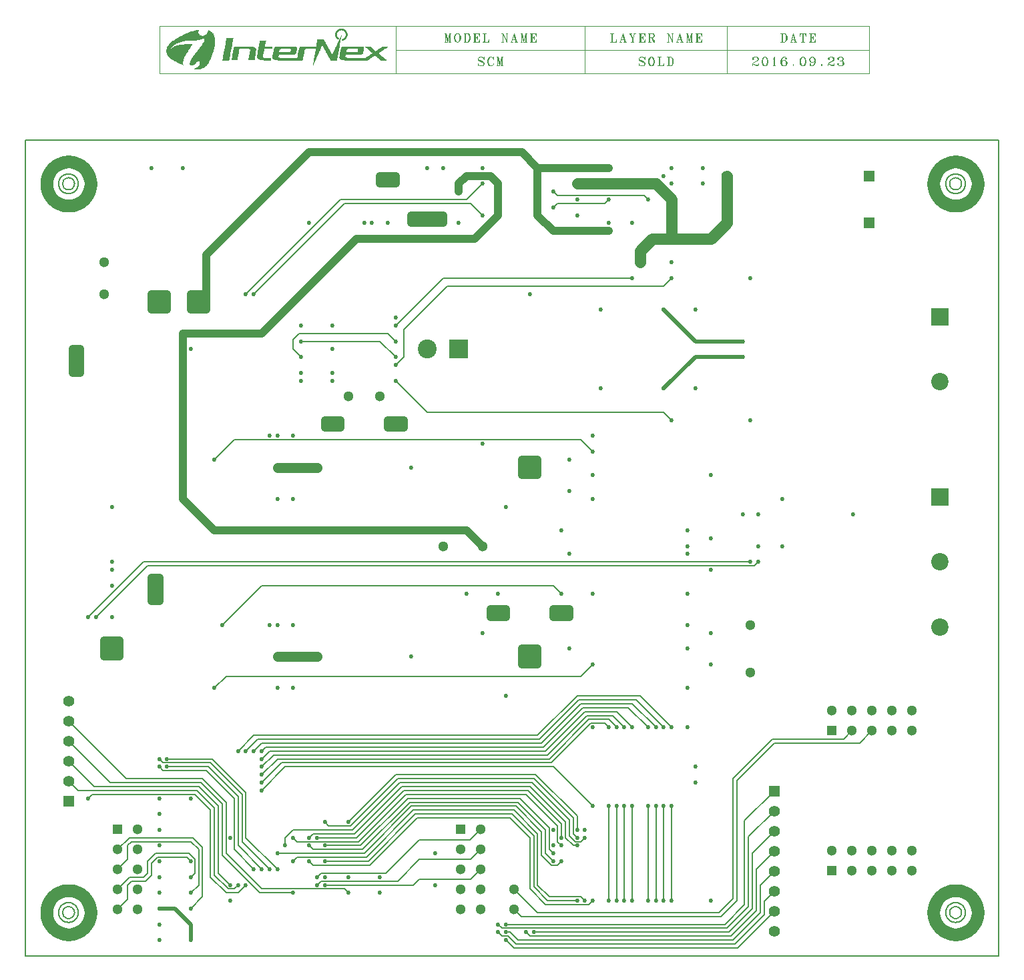
<source format=gbr>
%MOMM*%
%FSLAX33Y33*%
%ADD10C,0.203200*%
%ADD125C,0.120000*%
%ADD126C,0.200000*%
%ADD128C,1.000000*%
%ADD134C,1.400000*%
%ADD135R,1.400000X1.400000*%
%ADD143C,0.500000*%
%ADD180C,1.300000*%
%ADD181C,0.530000*%
%ADD182C,0.900000*%
%ADD183R,1.300000X1.300000*%
%ADD184R,2.400000X2.400000*%
%ADD185C,2.200000*%
%ADD186R,2.200000X2.200000*%
%ADD217C,1.600000*%
%ADD226C,1.400000*%
%ADD227C,2.400000*%
%ADD228C,1.300000*%
G90*G71*G01*D02*G54D10*X000000Y000000D02*X123500Y000000D01*X123500Y103500D01*
X000000Y103500D01*X000000Y000000D01*X004250Y005500D02*X004274Y005256D01*
X004345Y005022D01*X004461Y004806D01*X004616Y004616D01*X004806Y004461D01*
X005022Y004345D01*X005256Y004274D01*X005500Y004250D01*X005744Y004274D01*
X005978Y004345D01*X006194Y004461D01*X006384Y004616D01*X006539Y004806D01*
X006655Y005022D01*X006726Y005256D01*X006750Y005500D01*X006726Y005744D01*
X006655Y005978D01*X006539Y006194D01*X006384Y006384D01*X006194Y006539D01*
X005978Y006655D01*X005744Y006726D01*X005500Y006750D01*X005256Y006726D01*
X005022Y006655D01*X004806Y006539D01*X004616Y006384D01*X004461Y006194D01*
X004345Y005978D01*X004274Y005744D01*X004250Y005500D01*X004750Y005500D02*
X004764Y005354D01*X004807Y005213D01*X004876Y005083D01*X004970Y004970D01*
X005083Y004876D01*X005213Y004807D01*X005354Y004764D01*X005500Y004750D01*
X005646Y004764D01*X005787Y004807D01*X005917Y004876D01*X006030Y004970D01*
X006124Y005083D01*X006193Y005213D01*X006236Y005354D01*X006250Y005500D01*
X006236Y005646D01*X006193Y005787D01*X006124Y005917D01*X006030Y006030D01*
X005917Y006124D01*X005787Y006193D01*X005646Y006236D01*X005500Y006250D01*
X005354Y006236D01*X005213Y006193D01*X005083Y006124D01*X004970Y006030D01*
X004876Y005917D01*X004807Y005787D01*X004764Y005646D01*X004750Y005500D01*
X116750Y005500D02*X116774Y005256D01*X116845Y005022D01*X116961Y004806D01*
X117116Y004616D01*X117306Y004461D01*X117522Y004345D01*X117756Y004274D01*
X118000Y004250D01*X118244Y004274D01*X118478Y004345D01*X118694Y004461D01*
X118884Y004616D01*X119039Y004806D01*X119155Y005022D01*X119226Y005256D01*
X119250Y005500D01*X119226Y005744D01*X119155Y005978D01*X119039Y006194D01*
X118884Y006384D01*X118694Y006539D01*X118478Y006655D01*X118244Y006726D01*
X118000Y006750D01*X117756Y006726D01*X117522Y006655D01*X117306Y006539D01*
X117116Y006384D01*X116961Y006194D01*X116845Y005978D01*X116774Y005744D01*
X116750Y005500D01*X117250Y005500D02*X117264Y005354D01*X117307Y005213D01*
X117376Y005083D01*X117470Y004970D01*X117583Y004876D01*X117713Y004807D01*
X117854Y004764D01*X118000Y004750D01*X118146Y004764D01*X118287Y004807D01*
X118417Y004876D01*X118530Y004970D01*X118624Y005083D01*X118693Y005213D01*
X118736Y005354D01*X118750Y005500D01*X118736Y005646D01*X118693Y005787D01*
X118624Y005917D01*X118530Y006030D01*X118417Y006124D01*X118287Y006193D01*
X118146Y006236D01*X118000Y006250D01*X117854Y006236D01*X117713Y006193D01*
X117583Y006124D01*X117470Y006030D01*X117376Y005917D01*X117307Y005787D01*
X117264Y005646D01*X117250Y005500D01*X004250Y098000D02*X004274Y097756D01*
X004345Y097522D01*X004461Y097306D01*X004616Y097116D01*X004806Y096961D01*
X005022Y096845D01*X005256Y096774D01*X005500Y096750D01*X005744Y096774D01*
X005978Y096845D01*X006194Y096961D01*X006384Y097116D01*X006539Y097306D01*
X006655Y097522D01*X006726Y097756D01*X006750Y098000D01*X006726Y098244D01*
X006655Y098478D01*X006539Y098694D01*X006384Y098884D01*X006194Y099039D01*
X005978Y099155D01*X005744Y099226D01*X005500Y099250D01*X005256Y099226D01*
X005022Y099155D01*X004806Y099039D01*X004616Y098884D01*X004461Y098694D01*
X004345Y098478D01*X004274Y098244D01*X004250Y098000D01*X004750Y098000D02*
X004764Y097854D01*X004807Y097713D01*X004876Y097583D01*X004970Y097470D01*
X005083Y097376D01*X005213Y097307D01*X005354Y097264D01*X005500Y097250D01*
X005646Y097264D01*X005787Y097307D01*X005917Y097376D01*X006030Y097470D01*
X006124Y097583D01*X006193Y097713D01*X006236Y097854D01*X006250Y098000D01*
X006236Y098146D01*X006193Y098287D01*X006124Y098417D01*X006030Y098530D01*
X005917Y098624D01*X005787Y098693D01*X005646Y098736D01*X005500Y098750D01*
X005354Y098736D01*X005213Y098693D01*X005083Y098624D01*X004970Y098530D01*
X004876Y098417D01*X004807Y098287D01*X004764Y098146D01*X004750Y098000D01*
X116750Y098000D02*X116774Y097756D01*X116845Y097522D01*X116961Y097306D01*
X117116Y097116D01*X117306Y096961D01*X117522Y096845D01*X117756Y096774D01*
X118000Y096750D01*X118244Y096774D01*X118478Y096845D01*X118694Y096961D01*
X118884Y097116D01*X119039Y097306D01*X119155Y097522D01*X119226Y097756D01*
X119250Y098000D01*X119226Y098244D01*X119155Y098478D01*X119039Y098694D01*
X118884Y098884D01*X118694Y099039D01*X118478Y099155D01*X118244Y099226D01*
X118000Y099250D01*X117756Y099226D01*X117522Y099155D01*X117306Y099039D01*
X117116Y098884D01*X116961Y098694D01*X116845Y098478D01*X116774Y098244D01*
X116750Y098000D01*X117250Y098000D02*X117264Y097854D01*X117307Y097713D01*
X117376Y097583D01*X117470Y097470D01*X117583Y097376D01*X117713Y097307D01*
X117854Y097264D01*X118000Y097250D01*X118146Y097264D01*X118287Y097307D01*
X118417Y097376D01*X118530Y097470D01*X118624Y097583D01*X118693Y097713D01*
X118736Y097854D01*X118750Y098000D01*X118736Y098146D01*X118693Y098287D01*
X118624Y098417D01*X118530Y098530D01*X118417Y098624D01*X118287Y098693D01*
X118146Y098736D01*X118000Y098750D01*X117854Y098736D01*X117713Y098693D01*
X117583Y098624D01*X117470Y098530D01*X117376Y098417D01*X117307Y098287D01*
X117264Y098146D01*X117250Y098000D01*D02*G54D125*X047000Y118000D02*
X017000Y118000D01*X017000Y112000D01*X047000Y112000D01*X047000Y115000D02*
X107000Y115000D01*X058128Y113936D02*X058190Y114082D01*X058190Y113773D01*
X058128Y113936D01*X058018Y114045D01*X057847Y114082D01*X057683Y114082D01*
X057519Y114045D01*X057410Y113936D01*X057410Y113773D01*X057465Y113682D01*
X057628Y113573D01*X057964Y113464D01*X058073Y113409D01*X058128Y113300D01*
X058128Y113155D01*X058073Y113045D01*X057465Y113773D02*X057519Y113682D01*
X057628Y113627D01*X057964Y113518D01*X058073Y113464D01*X058128Y113355D01*
X057519Y114045D02*X057465Y113936D01*X057465Y113827D01*X057519Y113718D01*
X057628Y113682D01*X057964Y113573D01*X058128Y113464D01*X058190Y113355D01*
X058190Y113209D01*X058128Y113100D01*X058073Y113045D01*X057909Y112991D01*
X057738Y112991D01*X057574Y113045D01*X057465Y113155D01*X057410Y113300D01*
X057410Y112991D01*X057465Y113155D01*X059335Y113936D02*X059390Y114082D01*
X059390Y113773D01*X059335Y113936D01*X059226Y114045D01*X059125Y114082D01*
X058969Y114082D01*X058813Y114045D01*X058711Y113936D01*X058657Y113827D01*
X058610Y113682D01*X058610Y113409D01*X058657Y113245D01*X058711Y113155D01*
X058813Y113045D01*X058969Y112991D01*X059125Y112991D01*X059226Y113045D01*
X059335Y113155D01*X059390Y113245D01*X058758Y113936D02*X058711Y113827D01*
X058657Y113682D01*X058657Y113409D01*X058711Y113245D01*X058758Y113155D01*
X058969Y114082D02*X058867Y114045D01*X058758Y113882D01*X058711Y113682D01*
X058711Y113409D01*X058758Y113209D01*X058867Y113045D01*X058969Y112991D01*
X059911Y114082D02*X059911Y113045D01*X059911Y114082D02*X060161Y112991D01*
X059950Y114082D02*X060161Y113155D01*X059982Y114082D02*X060192Y113155D01*
X060411Y114082D02*X060161Y112991D01*X060411Y114082D02*X060411Y112991D01*
X060442Y114045D02*X060442Y113045D01*X060481Y114082D02*X060481Y112991D01*
X059810Y114082D02*X059982Y114082D01*X060411Y114082D02*X060590Y114082D01*
X059810Y112991D02*X060021Y112991D01*X060301Y112991D02*X060590Y112991D01*
X059841Y114082D02*X059911Y114045D01*X060512Y114082D02*X060481Y113991D01*
X060551Y114082D02*X060481Y114045D01*X059911Y113045D02*X059841Y112991D01*
X059911Y113045D02*X059982Y112991D01*X060411Y113045D02*X060340Y112991D01*
X060411Y113100D02*X060372Y112991D01*X060481Y113100D02*X060512Y112991D01*
X060481Y113045D02*X060551Y112991D01*X053311Y117082D02*X053311Y116045D01*
X053311Y117082D02*X053561Y115991D01*X053350Y117082D02*X053561Y116155D01*
X053382Y117082D02*X053592Y116155D01*X053811Y117082D02*X053561Y115991D01*
X053811Y117082D02*X053811Y115991D01*X053842Y117045D02*X053842Y116045D01*
X053881Y117082D02*X053881Y115991D01*X053210Y117082D02*X053382Y117082D01*
X053811Y117082D02*X053990Y117082D01*X053210Y115991D02*X053421Y115991D01*
X053701Y115991D02*X053990Y115991D01*X053241Y117082D02*X053311Y117045D01*
X053912Y117082D02*X053881Y116991D01*X053951Y117082D02*X053881Y117045D01*
X053311Y116045D02*X053241Y115991D01*X053311Y116045D02*X053382Y115991D01*
X053811Y116045D02*X053740Y115991D01*X053811Y116100D02*X053772Y115991D01*
X053881Y116100D02*X053912Y115991D01*X053881Y116045D02*X053951Y115991D01*
X054745Y117082D02*X054605Y117045D01*X054504Y116936D01*X054457Y116827D01*
X054410Y116627D01*X054410Y116464D01*X054457Y116245D01*X054504Y116155D01*
X054605Y116045D01*X054745Y115991D01*X054847Y115991D01*X054995Y116045D01*
X055089Y116155D01*X055135Y116245D01*X055190Y116464D01*X055190Y116627D01*
X055135Y116827D01*X055089Y116936D01*X054995Y117045D01*X054847Y117082D01*
X054745Y117082D01*X054550Y116936D02*X054504Y116827D01*X054457Y116682D01*
X054457Y116409D01*X054504Y116245D01*X054550Y116155D01*X055042Y116155D02*
X055089Y116245D01*X055135Y116409D01*X055135Y116682D01*X055089Y116827D01*
X055042Y116936D01*X054745Y117082D02*X054652Y117045D01*X054550Y116882D01*
X054504Y116682D01*X054504Y116409D01*X054550Y116209D01*X054652Y116045D01*
X054745Y115991D01*X054847Y115991D02*X054940Y116045D01*X055042Y116209D01*
X055089Y116409D01*X055089Y116682D01*X055042Y116882D01*X054940Y117045D01*
X054847Y117082D01*X055743Y117082D02*X055743Y115991D01*X055789Y117045D02*
X055789Y116045D01*X055836Y117082D02*X055836Y115991D01*X055610Y117082D02*
X056062Y117082D01*X056203Y117045D01*X056296Y116936D01*X056343Y116827D01*
X056390Y116682D01*X056390Y116409D01*X056343Y116245D01*X056296Y116155D01*
X056203Y116045D01*X056062Y115991D01*X055610Y115991D01*X056250Y116936D02*
X056296Y116827D01*X056343Y116682D01*X056343Y116409D01*X056296Y116245D01*
X056250Y116155D01*X056062Y117082D02*X056156Y117045D01*X056250Y116882D01*
X056296Y116682D01*X056296Y116409D01*X056250Y116209D01*X056156Y116045D01*
X056062Y115991D01*X055649Y117082D02*X055743Y117045D01*X055696Y117082D02*
X055743Y116991D01*X055883Y117082D02*X055836Y116991D01*X055930Y117082D02*
X055836Y117045D01*X055743Y116045D02*X055649Y115991D01*X055743Y116100D02*
X055696Y115991D01*X055836Y116100D02*X055883Y115991D01*X055836Y116045D02*
X055930Y115991D01*X056950Y117082D02*X056950Y115991D01*X056997Y117045D02*
X056997Y116045D01*X057052Y117082D02*X057052Y115991D01*X056810Y117082D02*
X057590Y117082D01*X057590Y116773D01*X057052Y116573D02*X057340Y116573D01*
X057340Y116773D02*X057340Y116355D01*X056810Y115991D02*X057590Y115991D01*
X057590Y116300D01*X056857Y117082D02*X056950Y117045D01*X056904Y117082D02*
X056950Y116991D01*X057099Y117082D02*X057052Y116991D01*X057145Y117082D02*
X057052Y117045D01*X057340Y117082D02*X057590Y117045D01*X057442Y117082D02*
X057590Y116991D01*X057489Y117082D02*X057590Y116936D01*X057535Y117082D02*
X057590Y116773D01*X057340Y116773D02*X057294Y116573D01*X057340Y116355D01*
X057340Y116682D02*X057247Y116573D01*X057340Y116464D01*X057340Y116627D02*
X057145Y116573D01*X057340Y116518D01*X056950Y116045D02*X056857Y115991D01*
X056950Y116100D02*X056904Y115991D01*X057052Y116100D02*X057099Y115991D01*
X057052Y116045D02*X057145Y115991D01*X057340Y115991D02*X057590Y116045D01*
X057442Y115991D02*X057590Y116100D01*X057489Y115991D02*X057590Y116155D01*
X057535Y115991D02*X057590Y116300D01*X058166Y117082D02*X058166Y115991D01*
X058213Y117045D02*X058213Y116045D01*X058267Y117082D02*X058267Y115991D01*
X058010Y117082D02*X058423Y117082D01*X058010Y115991D02*X058790Y115991D01*
X058790Y116300D01*X058057Y117082D02*X058166Y117045D01*X058111Y117082D02*
X058166Y116991D01*X058322Y117082D02*X058267Y116991D01*X058369Y117082D02*
X058267Y117045D01*X058166Y116045D02*X058057Y115991D01*X058166Y116100D02*
X058111Y115991D01*X058267Y116100D02*X058322Y115991D01*X058267Y116045D02*
X058369Y115991D01*X058525Y115991D02*X058790Y116045D01*X058626Y115991D02*
X058790Y116100D01*X058681Y115991D02*X058790Y116155D01*X058735Y115991D02*
X058790Y116300D01*X060519Y117082D02*X060519Y116045D01*X060519Y117082D02*
X061065Y115991D01*X060566Y117082D02*X061026Y116155D01*X060597Y117082D02*
X061065Y116155D01*X061065Y117045D02*X061065Y115991D01*X060410Y117082D02*
X060597Y117082D01*X060956Y117082D02*X061190Y117082D01*X060410Y115991D02*
X060636Y115991D01*X060441Y117082D02*X060519Y117045D01*X060995Y117082D02*
X061065Y117045D01*X061151Y117082D02*X061065Y117045D01*X060519Y116045D02*
X060441Y115991D01*X060519Y116045D02*X060597Y115991D01*X062000Y117082D02*
X061696Y116045D01*X061953Y116936D02*X062211Y115991D01*X062000Y116936D02*
X062257Y115991D01*X062000Y117082D02*X062296Y115991D01*X061782Y116300D02*
X062172Y116300D01*X061610Y115991D02*X061867Y115991D01*X062086Y115991D02*
X062390Y115991D01*X061696Y116045D02*X061649Y115991D01*X061696Y116045D02*
X061782Y115991D01*X062211Y116045D02*X062125Y115991D01*X062211Y116100D02*
X062172Y115991D01*X062257Y116100D02*X062343Y115991D01*X062911Y117082D02*
X062911Y116045D01*X062911Y117082D02*X063161Y115991D01*X062950Y117082D02*
X063161Y116155D01*X062982Y117082D02*X063192Y116155D01*X063411Y117082D02*
X063161Y115991D01*X063411Y117082D02*X063411Y115991D01*X063442Y117045D02*
X063442Y116045D01*X063481Y117082D02*X063481Y115991D01*X062810Y117082D02*
X062982Y117082D01*X063411Y117082D02*X063590Y117082D01*X062810Y115991D02*
X063021Y115991D01*X063301Y115991D02*X063590Y115991D01*X062841Y117082D02*
X062911Y117045D01*X063512Y117082D02*X063481Y116991D01*X063551Y117082D02*
X063481Y117045D01*X062911Y116045D02*X062841Y115991D01*X062911Y116045D02*
X062982Y115991D01*X063411Y116045D02*X063340Y115991D01*X063411Y116100D02*
X063372Y115991D01*X063481Y116100D02*X063512Y115991D01*X063481Y116045D02*
X063551Y115991D01*X064150Y117082D02*X064150Y115991D01*X064197Y117045D02*
X064197Y116045D01*X064252Y117082D02*X064252Y115991D01*X064010Y117082D02*
X064790Y117082D01*X064790Y116773D01*X064252Y116573D02*X064540Y116573D01*
X064540Y116773D02*X064540Y116355D01*X064010Y115991D02*X064790Y115991D01*
X064790Y116300D01*X064057Y117082D02*X064150Y117045D01*X064104Y117082D02*
X064150Y116991D01*X064299Y117082D02*X064252Y116991D01*X064345Y117082D02*
X064252Y117045D01*X064540Y117082D02*X064790Y117045D01*X064642Y117082D02*
X064790Y116991D01*X064689Y117082D02*X064790Y116936D01*X064735Y117082D02*
X064790Y116773D01*X064540Y116773D02*X064494Y116573D01*X064540Y116355D01*
X064540Y116682D02*X064447Y116573D01*X064540Y116464D01*X064540Y116627D02*
X064345Y116573D01*X064540Y116518D01*X064150Y116045D02*X064057Y115991D01*
X064150Y116100D02*X064104Y115991D01*X064252Y116100D02*X064299Y115991D01*
X064252Y116045D02*X064345Y115991D01*X064540Y115991D02*X064790Y116045D01*
X064642Y115991D02*X064790Y116100D01*X064689Y115991D02*X064790Y116155D01*
X064735Y115991D02*X064790Y116300D01*X074366Y117082D02*X074366Y115991D01*
X074413Y117045D02*X074413Y116045D01*X074467Y117082D02*X074467Y115991D01*
X074210Y117082D02*X074623Y117082D01*X074210Y115991D02*X074990Y115991D01*
X074990Y116300D01*X074257Y117082D02*X074366Y117045D01*X074311Y117082D02*
X074366Y116991D01*X074522Y117082D02*X074467Y116991D01*X074569Y117082D02*
X074467Y117045D01*X074366Y116045D02*X074257Y115991D01*X074366Y116100D02*
X074311Y115991D01*X074467Y116100D02*X074522Y115991D01*X074467Y116045D02*
X074569Y115991D01*X074725Y115991D02*X074990Y116045D01*X074826Y115991D02*
X074990Y116100D01*X074881Y115991D02*X074990Y116155D01*X074935Y115991D02*
X074990Y116300D01*X075800Y117082D02*X075496Y116045D01*X075753Y116936D02*
X076011Y115991D01*X075800Y116936D02*X076057Y115991D01*X075800Y117082D02*
X076096Y115991D01*X075582Y116300D02*X075972Y116300D01*X075410Y115991D02*
X075667Y115991D01*X075886Y115991D02*X076190Y115991D01*X075496Y116045D02*
X075449Y115991D01*X075496Y116045D02*X075582Y115991D01*X076011Y116045D02*
X075925Y115991D01*X076011Y116100D02*X075972Y115991D01*X076057Y116100D02*
X076143Y115991D01*X076688Y117082D02*X076953Y116518D01*X076953Y115991D01*
X076727Y117082D02*X076992Y116518D01*X076992Y116045D01*X076758Y117082D02*
X077039Y116518D01*X077039Y115991D01*X077265Y117045D02*X077039Y116518D01*
X076610Y117082D02*X076883Y117082D01*X077148Y117082D02*X077390Y117082D01*
X076844Y115991D02*X077148Y115991D01*X076649Y117082D02*X076727Y117045D01*
X076844Y117082D02*X076758Y117045D01*X077195Y117082D02*X077265Y117045D01*
X077343Y117082D02*X077265Y117045D01*X076953Y116045D02*X076883Y115991D01*
X076953Y116100D02*X076914Y115991D01*X077039Y116100D02*X077070Y115991D01*
X077039Y116045D02*X077109Y115991D01*X077950Y117082D02*X077950Y115991D01*
X077997Y117045D02*X077997Y116045D01*X078052Y117082D02*X078052Y115991D01*
X077810Y117082D02*X078590Y117082D01*X078590Y116773D01*X078052Y116573D02*
X078340Y116573D01*X078340Y116773D02*X078340Y116355D01*X077810Y115991D02*
X078590Y115991D01*X078590Y116300D01*X077857Y117082D02*X077950Y117045D01*
X077904Y117082D02*X077950Y116991D01*X078099Y117082D02*X078052Y116991D01*
X078145Y117082D02*X078052Y117045D01*X078340Y117082D02*X078590Y117045D01*
X078442Y117082D02*X078590Y116991D01*X078489Y117082D02*X078590Y116936D01*
X078535Y117082D02*X078590Y116773D01*X078340Y116773D02*X078294Y116573D01*
X078340Y116355D01*X078340Y116682D02*X078247Y116573D01*X078340Y116464D01*
X078340Y116627D02*X078145Y116573D01*X078340Y116518D01*X077950Y116045D02*
X077857Y115991D01*X077950Y116100D02*X077904Y115991D01*X078052Y116100D02*
X078099Y115991D01*X078052Y116045D02*X078145Y115991D01*X078340Y115991D02*
X078590Y116045D01*X078442Y115991D02*X078590Y116100D01*X078489Y115991D02*
X078590Y116155D01*X078535Y115991D02*X078590Y116300D01*X079135Y117082D02*
X079135Y115991D01*X079182Y117045D02*X079182Y116045D01*X079221Y117082D02*
X079221Y115991D01*X079010Y117082D02*X079525Y117082D01*X079657Y117045D01*
X079696Y116991D01*X079743Y116882D01*X079743Y116773D01*X079696Y116682D01*
X079657Y116627D01*X079525Y116573D01*X079221Y116573D01*X079657Y116991D02*
X079696Y116882D01*X079696Y116773D01*X079657Y116682D01*X079525Y117082D02*
X079611Y117045D01*X079657Y116936D01*X079657Y116718D01*X079611Y116627D01*
X079525Y116573D01*X079392Y116573D02*X079486Y116518D01*X079525Y116409D01*
X079611Y116100D01*X079657Y115991D01*X079743Y115991D01*X079790Y116100D01*
X079790Y116209D01*X079611Y116209D02*X079657Y116100D01*X079696Y116045D01*
X079743Y116045D01*X079486Y116518D02*X079525Y116464D01*X079657Y116155D01*
X079696Y116100D01*X079743Y116100D01*X079790Y116155D01*X079010Y115991D02*
X079353Y115991D01*X079049Y117082D02*X079135Y117045D01*X079096Y117082D02*
X079135Y116991D01*X079267Y117082D02*X079221Y116991D01*X079306Y117082D02*
X079221Y117045D01*X079135Y116045D02*X079049Y115991D01*X079135Y116100D02*
X079096Y115991D01*X079221Y116100D02*X079267Y115991D01*X079221Y116045D02*
X079306Y115991D01*X081519Y117082D02*X081519Y116045D01*X081519Y117082D02*
X082065Y115991D01*X081566Y117082D02*X082026Y116155D01*X081597Y117082D02*
X082065Y116155D01*X082065Y117045D02*X082065Y115991D01*X081410Y117082D02*
X081597Y117082D01*X081956Y117082D02*X082190Y117082D01*X081410Y115991D02*
X081636Y115991D01*X081441Y117082D02*X081519Y117045D01*X081995Y117082D02*
X082065Y117045D01*X082151Y117082D02*X082065Y117045D01*X081519Y116045D02*
X081441Y115991D01*X081519Y116045D02*X081597Y115991D01*X083000Y117082D02*
X082696Y116045D01*X082953Y116936D02*X083211Y115991D01*X083000Y116936D02*
X083257Y115991D01*X083000Y117082D02*X083296Y115991D01*X082782Y116300D02*
X083172Y116300D01*X082610Y115991D02*X082867Y115991D01*X083086Y115991D02*
X083390Y115991D01*X082696Y116045D02*X082649Y115991D01*X082696Y116045D02*
X082782Y115991D01*X083211Y116045D02*X083125Y115991D01*X083211Y116100D02*
X083172Y115991D01*X083257Y116100D02*X083343Y115991D01*X083911Y117082D02*
X083911Y116045D01*X083911Y117082D02*X084161Y115991D01*X083950Y117082D02*
X084161Y116155D01*X083982Y117082D02*X084192Y116155D01*X084411Y117082D02*
X084161Y115991D01*X084411Y117082D02*X084411Y115991D01*X084442Y117045D02*
X084442Y116045D01*X084481Y117082D02*X084481Y115991D01*X083810Y117082D02*
X083982Y117082D01*X084411Y117082D02*X084590Y117082D01*X083810Y115991D02*
X084021Y115991D01*X084301Y115991D02*X084590Y115991D01*X083841Y117082D02*
X083911Y117045D01*X084512Y117082D02*X084481Y116991D01*X084551Y117082D02*
X084481Y117045D01*X083911Y116045D02*X083841Y115991D01*X083911Y116045D02*
X083982Y115991D01*X084411Y116045D02*X084340Y115991D01*X084411Y116100D02*
X084372Y115991D01*X084481Y116100D02*X084512Y115991D01*X084481Y116045D02*
X084551Y115991D01*X085150Y117082D02*X085150Y115991D01*X085197Y117045D02*
X085197Y116045D01*X085252Y117082D02*X085252Y115991D01*X085010Y117082D02*
X085790Y117082D01*X085790Y116773D01*X085252Y116573D02*X085540Y116573D01*
X085540Y116773D02*X085540Y116355D01*X085010Y115991D02*X085790Y115991D01*
X085790Y116300D01*X085057Y117082D02*X085150Y117045D01*X085104Y117082D02*
X085150Y116991D01*X085299Y117082D02*X085252Y116991D01*X085345Y117082D02*
X085252Y117045D01*X085540Y117082D02*X085790Y117045D01*X085642Y117082D02*
X085790Y116991D01*X085689Y117082D02*X085790Y116936D01*X085735Y117082D02*
X085790Y116773D01*X085540Y116773D02*X085494Y116573D01*X085540Y116355D01*
X085540Y116682D02*X085447Y116573D01*X085540Y116464D01*X085540Y116627D02*
X085345Y116573D01*X085540Y116518D01*X085150Y116045D02*X085057Y115991D01*
X085150Y116100D02*X085104Y115991D01*X085252Y116100D02*X085299Y115991D01*
X085252Y116045D02*X085345Y115991D01*X085540Y115991D02*X085790Y116045D01*
X085642Y115991D02*X085790Y116100D01*X085689Y115991D02*X085790Y116155D01*
X085735Y115991D02*X085790Y116300D01*X071000Y118000D02*X071000Y112000D01*
X047000Y118000D02*X107000Y118000D01*X107000Y112000D02*X047000Y112000D01*
X047000Y118000D02*X047000Y112000D01*X107000Y118000D02*X107000Y112000D01*
X089000Y118000D02*X089000Y112000D01*X095943Y117082D02*X095943Y115991D01*
X095989Y117045D02*X095989Y116045D01*X096036Y117082D02*X096036Y115991D01*
X095810Y117082D02*X096262Y117082D01*X096403Y117045D01*X096496Y116936D01*
X096543Y116827D01*X096590Y116682D01*X096590Y116409D01*X096543Y116245D01*
X096496Y116155D01*X096403Y116045D01*X096262Y115991D01*X095810Y115991D01*
X096450Y116936D02*X096496Y116827D01*X096543Y116682D01*X096543Y116409D01*
X096496Y116245D01*X096450Y116155D01*X096262Y117082D02*X096356Y117045D01*
X096450Y116882D01*X096496Y116682D01*X096496Y116409D01*X096450Y116209D01*
X096356Y116045D01*X096262Y115991D01*X095849Y117082D02*X095943Y117045D01*
X095896Y117082D02*X095943Y116991D01*X096083Y117082D02*X096036Y116991D01*
X096130Y117082D02*X096036Y117045D01*X095943Y116045D02*X095849Y115991D01*
X095943Y116100D02*X095896Y115991D01*X096036Y116100D02*X096083Y115991D01*
X096036Y116045D02*X096130Y115991D01*X097400Y117082D02*X097096Y116045D01*
X097353Y116936D02*X097611Y115991D01*X097400Y116936D02*X097657Y115991D01*
X097400Y117082D02*X097696Y115991D01*X097182Y116300D02*X097572Y116300D01*
X097010Y115991D02*X097267Y115991D01*X097486Y115991D02*X097790Y115991D01*
X097096Y116045D02*X097049Y115991D01*X097096Y116045D02*X097182Y115991D01*
X097611Y116045D02*X097525Y115991D01*X097611Y116100D02*X097572Y115991D01*
X097657Y116100D02*X097743Y115991D01*X098210Y117082D02*X098210Y116773D01*
X098545Y117082D02*X098545Y115991D01*X098600Y117045D02*X098600Y116045D01*
X098647Y117082D02*X098647Y115991D01*X098990Y117082D02*X098990Y116773D01*
X098210Y117082D02*X098990Y117082D01*X098405Y115991D02*X098787Y115991D01*
X098257Y117082D02*X098210Y116773D01*X098304Y117082D02*X098210Y116936D01*
X098350Y117082D02*X098210Y116991D01*X098452Y117082D02*X098210Y117045D01*
X098740Y117082D02*X098990Y117045D01*X098842Y117082D02*X098990Y116991D01*
X098889Y117082D02*X098990Y116936D01*X098935Y117082D02*X098990Y116773D01*
X098545Y116045D02*X098452Y115991D01*X098545Y116100D02*X098499Y115991D01*
X098647Y116100D02*X098694Y115991D01*X098647Y116045D02*X098740Y115991D01*
X099550Y117082D02*X099550Y115991D01*X099597Y117045D02*X099597Y116045D01*
X099652Y117082D02*X099652Y115991D01*X099410Y117082D02*X100190Y117082D01*
X100190Y116773D01*X099652Y116573D02*X099940Y116573D01*X099940Y116773D02*
X099940Y116355D01*X099410Y115991D02*X100190Y115991D01*X100190Y116300D01*
X099457Y117082D02*X099550Y117045D01*X099504Y117082D02*X099550Y116991D01*
X099699Y117082D02*X099652Y116991D01*X099745Y117082D02*X099652Y117045D01*
X099940Y117082D02*X100190Y117045D01*X100042Y117082D02*X100190Y116991D01*
X100089Y117082D02*X100190Y116936D01*X100135Y117082D02*X100190Y116773D01*
X099940Y116773D02*X099894Y116573D01*X099940Y116355D01*X099940Y116682D02*
X099847Y116573D01*X099940Y116464D01*X099940Y116627D02*X099745Y116573D01*
X099940Y116518D01*X099550Y116045D02*X099457Y115991D01*X099550Y116100D02*
X099504Y115991D01*X099652Y116100D02*X099699Y115991D01*X099652Y116045D02*
X099745Y115991D01*X099940Y115991D02*X100190Y116045D01*X100042Y115991D02*
X100190Y116100D01*X100089Y115991D02*X100190Y116155D01*X100135Y115991D02*
X100190Y116300D01*X092265Y113882D02*X092265Y113827D01*X092319Y113827D01*
X092319Y113882D01*X092265Y113882D01*X092265Y113936D02*X092319Y113936D01*
X092374Y113882D01*X092374Y113827D01*X092319Y113773D01*X092265Y113773D01*
X092210Y113827D01*X092210Y113882D01*X092265Y113991D01*X092319Y114045D01*
X092483Y114082D01*X092709Y114082D01*X092873Y114045D01*X092928Y113991D01*
X092990Y113882D01*X092990Y113773D01*X092928Y113682D01*X092764Y113573D01*
X092483Y113464D01*X092374Y113409D01*X092265Y113300D01*X092210Y113155D01*
X092210Y112991D01*X092873Y113991D02*X092928Y113882D01*X092928Y113773D01*
X092873Y113682D01*X092709Y114082D02*X092818Y114045D01*X092873Y113882D01*
X092873Y113773D01*X092818Y113682D01*X092709Y113573D01*X092483Y113464D01*
X092210Y113100D02*X092265Y113155D01*X092374Y113155D01*X092647Y113100D01*
X092873Y113100D01*X092990Y113155D01*X092374Y113155D02*X092647Y113045D01*
X092873Y113045D01*X092928Y113100D01*X092374Y113155D02*X092647Y112991D01*
X092873Y112991D01*X092928Y113045D01*X092990Y113155D01*X092990Y113245D01*
X093738Y114082D02*X093574Y114045D01*X093465Y113882D01*X093410Y113627D01*
X093410Y113464D01*X093465Y113209D01*X093574Y113045D01*X093738Y112991D01*
X093855Y112991D01*X094018Y113045D01*X094128Y113209D01*X094190Y113464D01*
X094190Y113627D01*X094128Y113882D01*X094018Y114045D01*X093855Y114082D01*
X093738Y114082D01*X093574Y113991D02*X093519Y113882D01*X093465Y113682D01*
X093465Y113409D01*X093519Y113209D01*X093574Y113100D01*X094018Y113100D02*
X094073Y113209D01*X094128Y113409D01*X094128Y113682D01*X094073Y113882D01*
X094018Y113991D01*X093738Y114082D02*X093628Y114045D01*X093574Y113936D01*
X093519Y113682D01*X093519Y113409D01*X093574Y113155D01*X093628Y113045D01*
X093738Y112991D01*X093855Y112991D02*X093964Y113045D01*X094018Y113155D01*
X094073Y113409D01*X094073Y113682D01*X094018Y113936D01*X093964Y114045D01*
X093855Y114082D01*X094961Y113991D02*X094961Y112991D01*X094992Y113991D02*
X094992Y113045D01*X095016Y114082D02*X095016Y112991D01*X095016Y114082D02*
X094938Y113936D01*X094891Y113882D01*X094867Y112991D02*X095117Y112991D01*
X094961Y113045D02*X094914Y112991D01*X094961Y113100D02*X094938Y112991D01*
X095016Y113100D02*X095039Y112991D01*X095016Y113045D02*X095062Y112991D01*
X096418Y113936D02*X096418Y113882D01*X096473Y113882D01*X096473Y113936D01*
X096418Y113936D01*X096473Y113991D02*X096418Y113991D01*X096364Y113936D01*
X096364Y113882D01*X096418Y113827D01*X096473Y113827D01*X096528Y113882D01*
X096528Y113936D01*X096473Y114045D01*X096364Y114082D01*X096200Y114082D01*
X096028Y114045D01*X095919Y113936D01*X095865Y113827D01*X095810Y113627D01*
X095810Y113300D01*X095865Y113155D01*X095974Y113045D01*X096138Y112991D01*
X096255Y112991D01*X096418Y113045D01*X096528Y113155D01*X096590Y113300D01*
X096590Y113355D01*X096528Y113518D01*X096418Y113627D01*X096255Y113682D01*
X096138Y113682D01*X096028Y113627D01*X095974Y113573D01*X095919Y113464D01*
X095974Y113936D02*X095919Y113827D01*X095865Y113627D01*X095865Y113300D01*
X095919Y113155D01*X095974Y113100D01*X096473Y113155D02*X096528Y113245D01*
X096528Y113409D01*X096473Y113518D01*X096200Y114082D02*X096083Y114045D01*
X096028Y113991D01*X095974Y113882D01*X095919Y113682D01*X095919Y113300D01*
X095974Y113155D01*X096028Y113045D01*X096138Y112991D01*X096255Y112991D02*
X096364Y113045D01*X096418Y113100D01*X096473Y113245D01*X096473Y113409D01*
X096418Y113573D01*X096364Y113627D01*X096255Y113682D01*X097384Y113155D02*
X097361Y113100D01*X097361Y113045D01*X097384Y112991D01*X097408Y112991D01*
X097431Y113045D01*X097431Y113100D01*X097408Y113155D01*X097384Y113155D01*
X097384Y113100D02*X097384Y113045D01*X097408Y113045D01*X097408Y113100D01*
X097384Y113100D01*X098538Y114082D02*X098374Y114045D01*X098265Y113882D01*
X098210Y113627D01*X098210Y113464D01*X098265Y113209D01*X098374Y113045D01*
X098538Y112991D01*X098655Y112991D01*X098818Y113045D01*X098928Y113209D01*
X098990Y113464D01*X098990Y113627D01*X098928Y113882D01*X098818Y114045D01*
X098655Y114082D01*X098538Y114082D01*X098374Y113991D02*X098319Y113882D01*
X098265Y113682D01*X098265Y113409D01*X098319Y113209D01*X098374Y113100D01*
X098818Y113100D02*X098873Y113209D01*X098928Y113409D01*X098928Y113682D01*
X098873Y113882D01*X098818Y113991D01*X098538Y114082D02*X098428Y114045D01*
X098374Y113936D01*X098319Y113682D01*X098319Y113409D01*X098374Y113155D01*
X098428Y113045D01*X098538Y112991D01*X098655Y112991D02*X098764Y113045D01*
X098818Y113155D01*X098873Y113409D01*X098873Y113682D01*X098818Y113936D01*
X098764Y114045D01*X098655Y114082D01*X099519Y113209D02*X099519Y113155D01*
X099574Y113155D01*X099574Y113209D01*X099519Y113209D01*X100073Y113627D02*
X100018Y113518D01*X099964Y113464D01*X099855Y113409D01*X099738Y113409D01*
X099574Y113464D01*X099465Y113573D01*X099410Y113718D01*X099410Y113773D01*
X099465Y113936D01*X099574Y114045D01*X099738Y114082D01*X099855Y114082D01*
X100018Y114045D01*X100128Y113936D01*X100190Y113773D01*X100190Y113464D01*
X100128Y113245D01*X100073Y113155D01*X099964Y113045D01*X099792Y112991D01*
X099628Y112991D01*X099519Y113045D01*X099465Y113155D01*X099465Y113209D01*
X099519Y113245D01*X099574Y113245D01*X099628Y113209D01*X099628Y113155D01*
X099574Y113100D01*X099519Y113100D01*X099519Y113573D02*X099465Y113682D01*
X099465Y113827D01*X099519Y113936D01*X100018Y113991D02*X100073Y113936D01*
X100128Y113773D01*X100128Y113464D01*X100073Y113245D01*X100018Y113155D01*
X099738Y113409D02*X099628Y113464D01*X099574Y113518D01*X099519Y113682D01*
X099519Y113827D01*X099574Y113991D01*X099628Y114045D01*X099738Y114082D01*
X099855Y114082D02*X099964Y114045D01*X100018Y113936D01*X100073Y113773D01*
X100073Y113409D01*X100018Y113209D01*X099964Y113100D01*X099909Y113045D01*
X099792Y112991D01*X100984Y113155D02*X100961Y113100D01*X100961Y113045D01*
X100984Y112991D01*X101008Y112991D01*X101031Y113045D01*X101031Y113100D01*
X101008Y113155D01*X100984Y113155D01*X100984Y113100D02*X100984Y113045D01*
X101008Y113045D01*X101008Y113100D01*X100984Y113100D01*X101865Y113882D02*
X101865Y113827D01*X101919Y113827D01*X101919Y113882D01*X101865Y113882D01*
X101865Y113936D02*X101919Y113936D01*X101974Y113882D01*X101974Y113827D01*
X101919Y113773D01*X101865Y113773D01*X101810Y113827D01*X101810Y113882D01*
X101865Y113991D01*X101919Y114045D01*X102083Y114082D01*X102309Y114082D01*
X102473Y114045D01*X102528Y113991D01*X102590Y113882D01*X102590Y113773D01*
X102528Y113682D01*X102364Y113573D01*X102083Y113464D01*X101974Y113409D01*
X101865Y113300D01*X101810Y113155D01*X101810Y112991D01*X102473Y113991D02*
X102528Y113882D01*X102528Y113773D01*X102473Y113682D01*X102309Y114082D02*
X102418Y114045D01*X102473Y113882D01*X102473Y113773D01*X102418Y113682D01*
X102309Y113573D01*X102083Y113464D01*X101810Y113100D02*X101865Y113155D01*
X101974Y113155D01*X102247Y113100D01*X102473Y113100D01*X102590Y113155D01*
X101974Y113155D02*X102247Y113045D01*X102473Y113045D01*X102528Y113100D01*
X101974Y113155D02*X102247Y112991D01*X102473Y112991D01*X102528Y113045D01*
X102590Y113155D01*X102590Y113245D01*X103065Y113882D02*X103065Y113827D01*
X103119Y113827D01*X103119Y113882D01*X103065Y113882D01*X103065Y113936D02*
X103119Y113936D01*X103174Y113882D01*X103174Y113827D01*X103119Y113773D01*
X103065Y113773D01*X103010Y113827D01*X103010Y113882D01*X103065Y113991D01*
X103119Y114045D01*X103283Y114082D01*X103509Y114082D01*X103673Y114045D01*
X103728Y113936D01*X103728Y113773D01*X103673Y113682D01*X103509Y113627D01*
X103618Y114045D02*X103673Y113936D01*X103673Y113773D01*X103618Y113682D01*
X103455Y114082D02*X103564Y114045D01*X103618Y113936D01*X103618Y113773D01*
X103564Y113682D01*X103455Y113627D01*X103338Y113627D02*X103509Y113627D01*
X103618Y113573D01*X103728Y113464D01*X103790Y113355D01*X103790Y113209D01*
X103728Y113100D01*X103673Y113045D01*X103509Y112991D01*X103283Y112991D01*
X103119Y113045D01*X103065Y113100D01*X103010Y113209D01*X103010Y113245D01*
X103065Y113300D01*X103119Y113300D01*X103174Y113245D01*X103174Y113209D01*
X103119Y113155D01*X103065Y113155D01*X103673Y113464D02*X103728Y113355D01*
X103728Y113209D01*X103673Y113100D01*X103455Y113627D02*X103564Y113573D01*
X103618Y113518D01*X103673Y113355D01*X103673Y113209D01*X103618Y113045D01*
X103509Y112991D01*X103065Y113245D02*X103065Y113209D01*X103119Y113209D01*
X103119Y113245D01*X103065Y113245D01*X078528Y113936D02*X078590Y114082D01*
X078590Y113773D01*X078528Y113936D01*X078418Y114045D01*X078247Y114082D01*
X078083Y114082D01*X077919Y114045D01*X077810Y113936D01*X077810Y113773D01*
X077865Y113682D01*X078028Y113573D01*X078364Y113464D01*X078473Y113409D01*
X078528Y113300D01*X078528Y113155D01*X078473Y113045D01*X077865Y113773D02*
X077919Y113682D01*X078028Y113627D01*X078364Y113518D01*X078473Y113464D01*
X078528Y113355D01*X077919Y114045D02*X077865Y113936D01*X077865Y113827D01*
X077919Y113718D01*X078028Y113682D01*X078364Y113573D01*X078528Y113464D01*
X078590Y113355D01*X078590Y113209D01*X078528Y113100D01*X078473Y113045D01*
X078309Y112991D01*X078138Y112991D01*X077974Y113045D01*X077865Y113155D01*
X077810Y113300D01*X077810Y112991D01*X077865Y113155D01*X079345Y114082D02*
X079205Y114045D01*X079104Y113936D01*X079057Y113827D01*X079010Y113627D01*
X079010Y113464D01*X079057Y113245D01*X079104Y113155D01*X079205Y113045D01*
X079345Y112991D01*X079447Y112991D01*X079595Y113045D01*X079689Y113155D01*
X079735Y113245D01*X079790Y113464D01*X079790Y113627D01*X079735Y113827D01*
X079689Y113936D01*X079595Y114045D01*X079447Y114082D01*X079345Y114082D01*
X079150Y113936D02*X079104Y113827D01*X079057Y113682D01*X079057Y113409D01*
X079104Y113245D01*X079150Y113155D01*X079642Y113155D02*X079689Y113245D01*
X079735Y113409D01*X079735Y113682D01*X079689Y113827D01*X079642Y113936D01*
X079345Y114082D02*X079252Y114045D01*X079150Y113882D01*X079104Y113682D01*
X079104Y113409D01*X079150Y113209D01*X079252Y113045D01*X079345Y112991D01*
X079447Y112991D02*X079540Y113045D01*X079642Y113209D01*X079689Y113409D01*
X079689Y113682D01*X079642Y113882D01*X079540Y114045D01*X079447Y114082D01*
X080366Y114082D02*X080366Y112991D01*X080413Y114045D02*X080413Y113045D01*
X080467Y114082D02*X080467Y112991D01*X080210Y114082D02*X080623Y114082D01*
X080210Y112991D02*X080990Y112991D01*X080990Y113300D01*X080257Y114082D02*
X080366Y114045D01*X080311Y114082D02*X080366Y113991D01*X080522Y114082D02*
X080467Y113991D01*X080569Y114082D02*X080467Y114045D01*X080366Y113045D02*
X080257Y112991D01*X080366Y113100D02*X080311Y112991D01*X080467Y113100D02*
X080522Y112991D01*X080467Y113045D02*X080569Y112991D01*X080725Y112991D02*
X080990Y113045D01*X080826Y112991D02*X080990Y113100D01*X080881Y112991D02*
X080990Y113155D01*X080935Y112991D02*X080990Y113300D01*X081543Y114082D02*
X081543Y112991D01*X081589Y114045D02*X081589Y113045D01*X081636Y114082D02*
X081636Y112991D01*X081410Y114082D02*X081862Y114082D01*X082003Y114045D01*
X082096Y113936D01*X082143Y113827D01*X082190Y113682D01*X082190Y113409D01*
X082143Y113245D01*X082096Y113155D01*X082003Y113045D01*X081862Y112991D01*
X081410Y112991D01*X082050Y113936D02*X082096Y113827D01*X082143Y113682D01*
X082143Y113409D01*X082096Y113245D01*X082050Y113155D01*X081862Y114082D02*
X081956Y114045D01*X082050Y113882D01*X082096Y113682D01*X082096Y113409D01*
X082050Y113209D01*X081956Y113045D01*X081862Y112991D01*X081449Y114082D02*
X081543Y114045D01*X081496Y114082D02*X081543Y113991D01*X081683Y114082D02*
X081636Y113991D01*X081730Y114082D02*X081636Y114045D01*X081543Y113045D02*
X081449Y112991D01*X081543Y113100D02*X081496Y112991D01*X081636Y113100D02*
X081683Y112991D01*X081636Y113045D02*X081730Y112991D01*X000000Y000000D02*D02*
G54D126*X016000Y010250D02*X016000Y011750D01*X016750Y012500D02*X016000Y011750D01*
X013000Y007190D02*X013000Y009000D01*X013500Y009500D02*X013000Y009000D01*
X015500Y010500D02*X015500Y012000D01*X016500Y013000D02*X015500Y012000D01*
X013000Y012270D02*X013000Y014000D01*X013500Y014500D02*X013000Y014000D01*
X026500Y013500D02*X026500Y020000D01*X023000Y023500D02*X026500Y020000D01*
X021500Y012250D02*X021500Y010500D01*X021000Y010000D02*X021500Y010500D01*
X022000Y013500D02*X022000Y009000D01*X021000Y008000D02*X022000Y009000D01*
X022500Y013750D02*X022500Y007500D01*X021000Y006000D02*X022500Y007500D01*
X025000Y019250D02*X025000Y012750D01*X029750Y008000D02*X025000Y012750D01*
X025500Y019500D02*X025500Y013000D01*X030000Y008500D02*X025500Y013000D01*
X027000Y020250D02*X027000Y014000D01*X030000Y011000D02*X027000Y014000D01*
X024000Y018750D02*X024000Y010250D01*X025750Y008500D02*X024000Y010250D01*
X024500Y019000D02*X024500Y010500D01*X026000Y009000D02*X024500Y010500D01*
X023500Y018500D02*X023500Y010000D01*X025500Y008000D02*X023500Y010000D01*
X028000Y015000D02*X028000Y020750D01*X023750Y025000D02*X028000Y020750D01*
X027500Y020500D02*X027500Y014500D01*X031000Y011000D02*X027500Y014500D01*
X034000Y077000D02*X034000Y078250D01*X034750Y079000D02*X034000Y078250D01*
X033000Y015000D02*X033000Y014000D01*X048000Y076000D02*X048000Y079500D01*
X053500Y085000D02*X048000Y079500D01*X064500Y008750D02*X064500Y015250D01*
X061750Y018000D02*X064500Y015250D01*X066500Y013500D02*X066500Y016250D01*
X062750Y020000D02*X066500Y016250D01*X069500Y015500D02*X069500Y017500D01*
X064500Y022500D02*X069500Y017500D01*X070000Y016000D02*X070000Y017750D01*
X064750Y023000D02*X070000Y017750D01*X065500Y012750D02*X065500Y015750D01*
X062250Y019000D02*X065500Y015750D01*X065000Y009000D02*X065000Y015500D01*
X062000Y018500D02*X065000Y015500D01*X069000Y015250D02*X069000Y017250D01*
X064250Y022000D02*X069000Y017250D01*X064000Y008500D02*X064000Y015000D01*
X061500Y017500D02*X064000Y015000D01*X067500Y014500D02*X067500Y016500D01*
X063500Y020500D02*X067500Y016500D01*X066000Y013000D02*X066000Y016000D01*
X062500Y019500D02*X066000Y016000D01*X068500Y015000D02*X068500Y017000D01*
X064000Y021500D02*X068500Y017000D01*X068000Y015000D02*X068000Y016750D01*
X063750Y021000D02*X068000Y016750D01*X074000Y019000D02*X074000Y007000D01*
X075000Y019000D02*X075000Y007000D01*X076000Y019000D02*X076000Y007000D01*
X077000Y019000D02*X077000Y007000D01*X079000Y019000D02*X079000Y007000D01*
X080000Y019000D02*X080000Y007000D01*X081000Y019000D02*X081000Y007000D01*
X082000Y019000D02*X082000Y007000D01*X089750Y022500D02*X089750Y007250D01*
X088000Y005500D02*X089750Y007250D01*X092750Y011020D02*X092750Y005750D01*
X089500Y002500D02*X092750Y005750D01*X092250Y013060D02*X092250Y006000D01*
X089250Y003000D02*X092250Y006000D01*X091750Y015100D02*X091750Y006250D01*
X089000Y003500D02*X091750Y006250D01*X091250Y017140D02*X091250Y006500D01*
X088750Y004000D02*X091250Y006500D01*X090250Y022250D02*X090250Y007000D01*
X088250Y005000D02*X090250Y007000D01*X093750Y006940D02*X093750Y005250D01*
X090000Y001500D02*X093750Y005250D01*X093250Y008980D02*X093250Y005500D01*
X089750Y002000D02*X093250Y005500D01*X090350Y001000D02*X062000Y001000D01*
X061000Y002000D02*X062000Y001000D01*X061250Y002500D02*X060500Y002500D01*
X060000Y003000D02*X060500Y002500D01*X090000Y001500D02*X062250Y001500D01*
X061250Y002500D02*X062250Y001500D01*X061500Y003000D02*X061000Y003000D01*
X089750Y002000D02*X062500Y002000D01*X061500Y003000D02*X062500Y002000D01*
X089500Y002500D02*X064000Y002500D01*X063500Y003000D02*X064000Y002500D01*
X089250Y003000D02*X064500Y003000D01*X088000Y005500D02*X064960Y005500D01*
X062000Y008460D02*X064960Y005500D01*X089000Y003500D02*X060500Y003500D01*
X060000Y004000D02*X060500Y003500D01*X088750Y004000D02*X061000Y004000D01*
X088250Y005000D02*X062920Y005000D01*X062000Y005920D02*X062920Y005000D01*
X013500Y009500D02*X015250Y009500D01*X016000Y010250D02*X015250Y009500D01*
X013270Y010000D02*X015000Y010000D01*X015500Y010500D02*X015000Y010000D01*
X049250Y009000D02*X038000Y009000D01*X056520Y009750D02*X050000Y009750D01*
X049250Y009000D02*X050000Y009750D01*X047250Y009500D02*X037500Y009500D01*
X037000Y009000D02*X037500Y009500D01*X029750Y008000D02*X034000Y008000D01*
X030000Y008500D02*X040500Y008500D01*X041000Y008000D02*X040500Y008500D01*
X070000Y007000D02*X066250Y007000D01*X064500Y008750D02*X066250Y007000D01*
X070500Y007500D02*X066500Y007500D01*X065000Y009000D02*X066500Y007500D01*
X071500Y006500D02*X066000Y006500D01*X064000Y008500D02*X066000Y006500D01*
X025750Y008500D02*X026500Y008500D01*X027000Y009000D02*X026500Y008500D01*
X025500Y008000D02*X027000Y008000D01*X028000Y009000D02*X027000Y008000D01*
X016750Y012500D02*X020500Y012500D01*X021000Y012000D02*X020500Y012500D01*
X016500Y013000D02*X020750Y013000D01*X021500Y012250D02*X020750Y013000D01*
X013500Y014500D02*X021000Y014500D01*X022000Y013500D02*X021000Y014500D01*
X013190Y015000D02*X021250Y015000D01*X022500Y013750D02*X021250Y015000D01*
X056480Y012250D02*X050000Y012250D01*X047250Y009500D02*X050000Y012250D01*
X045750Y010500D02*X037500Y010500D01*X037000Y010000D02*X037500Y010500D01*
X056440Y014750D02*X050000Y014750D01*X045750Y010500D02*X050000Y014750D01*
X043500Y012000D02*X038000Y012000D01*X042500Y014000D02*X038000Y014000D01*
X041250Y016500D02*X038500Y016500D01*X038000Y017000D02*X038500Y016500D01*
X043000Y013000D02*X032000Y013000D01*X067500Y011500D02*X066750Y011500D01*
X065500Y012750D02*X066750Y011500D01*X043250Y012500D02*X034500Y012500D01*
X034000Y012000D02*X034500Y012500D01*X041500Y016000D02*X034000Y016000D01*
X033000Y015000D02*X034000Y016000D01*X070500Y014500D02*X069750Y014500D01*
X069000Y015250D02*X069750Y014500D01*X043750Y011500D02*X036500Y011500D01*
X036000Y012000D02*X036500Y011500D01*X061500Y017500D02*X049750Y017500D01*
X043750Y011500D02*X049750Y017500D01*X042250Y014500D02*X034500Y014500D01*
X034000Y015000D02*X034500Y014500D01*X042750Y013500D02*X036500Y013500D01*
X036000Y014000D02*X036500Y013500D01*X041750Y015500D02*X036500Y015500D01*
X036000Y015000D02*X036500Y015500D01*X070000Y014000D02*X069500Y014000D01*
X068500Y015000D02*X069500Y014000D01*X042000Y015000D02*X037000Y015000D01*
X023750Y025000D02*X018000Y025000D01*X017500Y024500D02*X023500Y024500D01*
X027500Y020500D02*X023500Y024500D01*X023000Y023500D02*X017500Y023500D01*
X017000Y024000D02*X017500Y023500D01*X010770Y022000D02*X022250Y022000D01*
X025000Y019250D02*X022250Y022000D01*X012810Y022500D02*X022500Y022500D01*
X025500Y019500D02*X022500Y022500D01*X061750Y018000D02*X049500Y018000D01*
X043500Y012000D02*X049500Y018000D01*X062750Y020000D02*X048500Y020000D01*
X042500Y014000D02*X048500Y020000D01*X064500Y022500D02*X047250Y022500D01*
X041250Y016500D02*X047250Y022500D01*X064750Y023000D02*X047000Y023000D01*
X041000Y017000D02*X047000Y023000D01*X067000Y024000D02*X033000Y024000D01*
X030000Y021000D02*X033000Y024000D01*X066750Y024500D02*X032500Y024500D01*
X030000Y022000D02*X032500Y024500D01*X066500Y025000D02*X032000Y025000D01*
X030000Y023000D02*X032000Y025000D01*X018000Y024000D02*X023250Y024000D01*
X027000Y020250D02*X023250Y024000D01*X062250Y019000D02*X049000Y019000D01*
X043000Y013000D02*X049000Y019000D01*X062000Y018500D02*X049250Y018500D01*
X043250Y012500D02*X049250Y018500D01*X064250Y022000D02*X047500Y022000D01*
X041500Y016000D02*X047500Y022000D01*X063500Y020500D02*X048250Y020500D01*
X042250Y014500D02*X048250Y020500D01*X062500Y019500D02*X048750Y019500D01*
X042750Y013500D02*X048750Y019500D01*X064000Y021500D02*X047750Y021500D01*
X041750Y015500D02*X047750Y021500D01*X063750Y021000D02*X048000Y021000D01*
X042000Y015000D02*X048000Y021000D01*X006690Y021000D02*X021750Y021000D01*
X024000Y018750D02*X021750Y021000D01*X008730Y021500D02*X022000Y021500D01*
X024500Y019000D02*X022000Y021500D01*X008500Y020500D02*X021500Y020500D01*
X023500Y018500D02*X021500Y020500D01*X103800Y027500D02*X094750Y027500D01*
X089750Y022500D02*X094750Y027500D01*X105840Y027000D02*X095000Y027000D01*
X090250Y022250D02*X095000Y027000D01*X073500Y029500D02*X071750Y029500D01*
X066750Y024500D02*X071750Y029500D01*X074000Y030000D02*X071500Y030000D01*
X066500Y025000D02*X071500Y030000D01*X066250Y025500D02*X031500Y025500D01*
X030000Y024000D02*X031500Y025500D01*X074500Y030500D02*X071250Y030500D01*
X066250Y025500D02*X071250Y030500D01*X066000Y026000D02*X031000Y026000D01*
X030000Y025000D02*X031000Y026000D01*X075000Y031000D02*X071000Y031000D01*
X066000Y026000D02*X071000Y031000D01*X065750Y026500D02*X030500Y026500D01*
X030000Y026000D02*X030500Y026500D01*X076500Y031500D02*X070750Y031500D01*
X065750Y026500D02*X070750Y031500D01*X065500Y027000D02*X030000Y027000D01*
X029000Y026000D02*X030000Y027000D01*X077000Y032000D02*X070500Y032000D01*
X065500Y027000D02*X070500Y032000D01*X065250Y027500D02*X029500Y027500D01*
X028000Y026000D02*X029500Y027500D01*X065000Y028000D02*X029000Y028000D01*
X027000Y026000D02*X029000Y028000D01*X077500Y032500D02*X070250Y032500D01*
X065250Y027500D02*X070250Y032500D01*X078000Y033000D02*X070000Y033000D01*
X065000Y028000D02*X070000Y033000D01*X070500Y035500D02*X025500Y035500D01*
X024000Y034000D02*X025500Y035500D01*X067000Y047000D02*X030000Y047000D01*
X025000Y042000D02*X030000Y047000D01*X015500Y049500D02*X092500Y049500D01*
X093000Y050000D02*X092500Y049500D01*X015000Y050000D02*X092000Y050000D01*
X070500Y065500D02*X026500Y065500D01*X024000Y063000D02*X026500Y065500D01*
X051000Y069000D02*X081000Y069000D01*X082000Y068000D02*X081000Y069000D01*
X035000Y078000D02*X045000Y078000D01*X047000Y076000D02*X045000Y078000D01*
X034750Y079000D02*X046000Y079000D01*X047000Y078000D02*X046000Y079000D01*
X053000Y086000D02*X077000Y086000D01*X053500Y085000D02*X081000Y085000D01*
X082000Y086000D02*X081000Y085000D01*X056000Y096000D02*X040000Y096000D01*
X028000Y084000D02*X040000Y096000D01*X067500Y095500D02*X073500Y095500D01*
X074000Y096000D02*X073500Y095500D01*X067500Y096500D02*X078500Y096500D01*
X079000Y096000D02*X078500Y096500D01*X056500Y095500D02*X040500Y095500D01*
X029000Y084000D02*X040500Y095500D01*X011730Y005920D02*X013000Y007190D01*
X011730Y008460D02*X013270Y010000D01*X071000Y007000D02*X070500Y007500D01*
X072000Y007000D02*X071500Y006500D01*X095000Y008190D02*X093750Y006940D01*
X095000Y005650D02*X090350Y001000D01*X011730Y011000D02*X013000Y012270D01*
X011730Y013540D02*X013190Y015000D01*X032000Y011000D02*X028000Y015000D01*
X029000Y011000D02*X026500Y013500D01*X057770Y011000D02*X056520Y009750D01*
X057770Y013540D02*X056480Y012250D01*X067000Y013000D02*X066500Y013500D01*
X067000Y012000D02*X066000Y013000D01*X068000Y012000D02*X067500Y011500D01*
X068000Y014000D02*X067500Y014500D01*X095000Y013270D02*X092750Y011020D01*
X095000Y010730D02*X093250Y008980D01*X008000Y020000D02*X008500Y020500D01*
X057770Y016080D02*X056440Y014750D01*X070000Y015000D02*X069500Y015500D01*
X072000Y019000D02*X067000Y024000D01*X071000Y015000D02*X070500Y014500D01*
X095000Y018350D02*X091750Y015100D01*X095000Y015810D02*X092250Y013060D01*
X005500Y022190D02*X006690Y021000D01*X005500Y024730D02*X008730Y021500D01*
X017000Y025000D02*X017500Y024500D01*X095000Y020890D02*X091250Y017140D01*
X005500Y027270D02*X010770Y022000D01*X005500Y029810D02*X012810Y022500D01*
X074000Y029000D02*X073500Y029500D01*X075000Y029000D02*X074000Y030000D01*
X076000Y029000D02*X074500Y030500D01*X077000Y029000D02*X075000Y031000D01*
X079000Y029000D02*X076500Y031500D01*X080000Y029000D02*X077000Y032000D01*
X081000Y029000D02*X077500Y032500D01*X082000Y029000D02*X078000Y033000D01*
X107420Y028580D02*X105840Y027000D01*X104880Y028580D02*X103800Y027500D01*
X072000Y037000D02*X070500Y035500D01*X009000Y043000D02*X015500Y049500D01*
X008000Y043000D02*X015000Y050000D01*X068000Y046000D02*X067000Y047000D01*
X072000Y064000D02*X070500Y065500D01*X035000Y076000D02*X034000Y077000D01*
X047000Y075000D02*X048000Y076000D01*X047000Y073000D02*X051000Y069000D01*
X047000Y080000D02*X053000Y086000D01*X058000Y094000D02*X056500Y095500D01*
X067000Y095000D02*X067500Y095500D01*X058000Y098000D02*X056000Y096000D01*
X067000Y097000D02*X067500Y096500D01*D02*G54D128*X011000Y039000D02*
X011000Y038000D01*X011000Y040000D02*X011000Y039000D01*X012000Y038000D02*
X012000Y040000D01*X010000Y039000D02*X010000Y040000D01*X010000Y039000D02*
X010000Y038000D01*X007000Y077000D02*X007000Y076000D01*X007000Y076000D02*
X007000Y075000D01*X007000Y074000D02*X007000Y075000D01*X006000Y075000D02*
X006000Y074000D01*X006000Y075000D02*X006000Y076000D01*X006000Y077000D02*
X006000Y076000D01*X017000Y047000D02*X017000Y048000D01*X017000Y047000D02*
X017000Y046000D01*X016000Y046000D02*X016000Y047000D01*X016000Y048000D02*
X016000Y047000D01*X016000Y046000D02*X016000Y045000D01*X017000Y046000D02*
X017000Y045000D01*X018000Y084000D02*X018000Y083000D01*X018000Y082000D02*
X018000Y083000D01*X016000Y082000D02*X016000Y083000D01*X016000Y083000D02*
X016000Y084000D01*X020000Y073000D02*X020000Y058000D01*X024000Y054000D02*
X020000Y058000D01*X020000Y073000D02*X020000Y079000D01*X023000Y084000D02*
X023000Y089000D01*X036000Y102000D02*X023000Y089000D01*X021000Y084000D02*
X021000Y083000D01*X021000Y082000D02*X021000Y083000D01*X023000Y082000D02*
X023000Y083000D01*X023000Y083000D02*X023000Y084000D01*X038000Y067000D02*
X038000Y068000D01*X040000Y067000D02*X040000Y068000D01*X047000Y098000D02*
X047000Y099000D01*X045000Y099000D02*X045000Y098000D01*X049000Y093000D02*
X049000Y094000D01*X048000Y067000D02*X048000Y068000D01*X046000Y067000D02*
X046000Y068000D01*X055000Y097000D02*X055000Y098000D01*X056000Y099000D02*
X055000Y098000D01*X053000Y094000D02*X053000Y093000D01*X063000Y038000D02*
X063000Y037000D01*X063000Y038000D02*X063000Y039000D01*X060000Y098000D02*
X060000Y094000D01*X058000Y092000D02*X060000Y094000D01*X063000Y062000D02*
X063000Y061000D01*X063000Y062000D02*X063000Y063000D01*X059000Y043000D02*
X059000Y044000D01*X061000Y043000D02*X061000Y044000D01*X065000Y037000D02*
X065000Y038000D01*X065000Y038000D02*X065000Y039000D01*X065000Y061000D02*
X065000Y062000D01*X065000Y062000D02*X065000Y063000D01*X065000Y094000D02*
X065000Y100000D01*X069000Y043000D02*X069000Y044000D01*X067000Y043000D02*
X067000Y044000D01*X010000Y038000D02*X011000Y038000D01*X011000Y038000D02*
X012000Y038000D01*X065000Y038000D02*X064000Y038000D01*X063000Y038000D02*
X064000Y038000D01*X064000Y037000D02*X065000Y037000D01*X064000Y037000D02*
X063000Y037000D01*X064000Y039000D02*X065000Y039000D01*X064000Y039000D02*
X063000Y039000D01*X012000Y040000D02*X011000Y040000D01*X010000Y040000D02*
X011000Y040000D01*X016000Y045000D02*X017000Y045000D01*X069000Y043000D02*
X068000Y043000D01*X068000Y043000D02*X067000Y043000D01*X067000Y044000D02*
X068000Y044000D01*X068000Y044000D02*X069000Y044000D01*X059000Y043000D02*
X060000Y043000D01*X060000Y043000D02*X061000Y043000D01*X061000Y044000D02*
X060000Y044000D01*X060000Y044000D02*X059000Y044000D01*X017000Y048000D02*
X016000Y048000D01*X024000Y054000D02*X056000Y054000D01*X058000Y052000D02*
X056000Y054000D01*X064000Y061000D02*X065000Y061000D01*X064000Y061000D02*
X063000Y061000D01*X065000Y062000D02*X064000Y062000D01*X063000Y062000D02*
X064000Y062000D01*X064000Y063000D02*X065000Y063000D01*X064000Y063000D02*
X063000Y063000D01*X048000Y067000D02*X047000Y067000D01*X047000Y067000D02*
X046000Y067000D01*X046000Y068000D02*X047000Y068000D01*X047000Y068000D02*
X048000Y068000D01*X038000Y067000D02*X039000Y067000D01*X039000Y067000D02*
X040000Y067000D01*X040000Y068000D02*X039000Y068000D01*X039000Y068000D02*
X038000Y068000D01*X007000Y074000D02*X006000Y074000D01*X006000Y077000D02*
X007000Y077000D01*X017000Y083000D02*X016000Y083000D01*X018000Y083000D02*
X017000Y083000D01*X017000Y082000D02*X018000Y082000D01*X017000Y082000D02*
X016000Y082000D01*X020000Y079000D02*X030000Y079000D01*X042000Y091000D02*
X030000Y079000D01*X022000Y083000D02*X023000Y083000D01*X021000Y083000D02*
X022000Y083000D01*X022000Y082000D02*X021000Y082000D01*X022000Y082000D02*
X023000Y082000D01*X016000Y084000D02*X018000Y084000D01*X023000Y084000D02*
X021000Y084000D01*X047000Y098000D02*X046000Y098000D01*X045000Y098000D02*
X046000Y098000D01*X042000Y091000D02*X057000Y091000D01*X058000Y092000D02*
X057000Y091000D01*X074000Y092000D02*X067000Y092000D01*X065000Y094000D02*
X067000Y092000D01*X052000Y094000D02*X051000Y094000D01*X053000Y094000D02*
X052000Y094000D01*X051000Y094000D02*X050000Y094000D01*X051000Y093000D02*
X050000Y093000D01*X053000Y093000D02*X052000Y093000D01*X050000Y094000D02*
X049000Y094000D01*X051000Y093000D02*X052000Y093000D01*X049000Y093000D02*
X050000Y093000D01*X046000Y099000D02*X045000Y099000D01*X046000Y099000D02*
X047000Y099000D01*X056000Y099000D02*X059000Y099000D01*X060000Y098000D02*
X059000Y099000D01*X074000Y100000D02*X065000Y100000D01*X036000Y102000D02*
X063000Y102000D01*X065000Y100000D02*X063000Y102000D01*D02*G54D134*
X078000Y088000D02*X078000Y089500D01*X079500Y091000D02*X078000Y089500D01*
X082000Y096000D02*X082000Y094000D01*X082000Y091000D02*X082000Y094000D01*
X089000Y099000D02*X089000Y093000D01*X070000Y098000D02*X080000Y098000D01*
X082000Y096000D02*X080000Y098000D01*X087000Y091000D02*X082000Y091000D01*
X079500Y091000D02*X082000Y091000D01*X089000Y093000D02*X087000Y091000D01*D02*
G54D135*X005500Y019650D03*X095000Y020890D03*X107000Y093000D03*X107000Y099000D03*
D02*G54D143*X021000Y002000D02*X021000Y004000D01*X019000Y006000D02*
X017000Y006000D01*X091000Y076000D02*X085000Y076000D01*X081000Y072000D02*
X085000Y076000D01*X091000Y078000D02*X085000Y078000D01*X081000Y082000D02*
X085000Y078000D01*X021000Y004000D02*X019000Y006000D01*D02*G54D180*
X036000Y038000D02*X035000Y038000D01*X034000Y038000D02*X035000Y038000D01*
X037000Y038000D02*X036000Y038000D01*X034000Y038000D02*X033000Y038000D01*
X032000Y038000D02*X033000Y038000D01*X036000Y062000D02*X035000Y062000D01*
X034000Y062000D02*X035000Y062000D01*X037000Y062000D02*X036000Y062000D01*
X034000Y062000D02*X033000Y062000D01*X032000Y062000D02*X033000Y062000D01*D02*
G54D181*X017000Y002000D03*X021000Y002000D03*X061000Y002000D03*X060000Y003000D03*
X061000Y003000D03*X063500Y003000D03*X064500Y003000D03*X017000Y008000D03*
X017000Y006000D03*X017000Y004000D03*X021000Y008000D03*X021000Y006000D03*
X021000Y004000D03*X034000Y008000D03*X027000Y009000D03*X026000Y009000D03*
X028000Y009000D03*X026000Y007000D03*X038000Y009000D03*X037000Y009000D03*
X041000Y008000D03*X045000Y008000D03*X052000Y009000D03*X060000Y004000D03*
X061000Y004000D03*X070000Y007000D03*X074000Y007000D03*X075000Y007000D03*
X071000Y007000D03*X072000Y007000D03*X076000Y007000D03*X077000Y007000D03*
X079000Y007000D03*X080000Y007000D03*X081000Y007000D03*X082000Y007000D03*
X087000Y007000D03*X017000Y014000D03*X017000Y012000D03*X017000Y010000D03*
X021000Y012000D03*X021000Y010000D03*X032000Y011000D03*X031000Y011000D03*
X029000Y011000D03*X030000Y011000D03*X032000Y013000D03*X034000Y012000D03*
X033000Y014000D03*X037000Y010000D03*X038000Y012000D03*X038000Y014000D03*
X036000Y012000D03*X036000Y014000D03*X041000Y010000D03*X038000Y010000D03*
X045000Y010000D03*X052000Y013000D03*X067000Y013000D03*X067000Y012000D03*
X067000Y014000D03*X068000Y012000D03*X068000Y014000D03*X070000Y014000D03*
X008000Y020000D03*X017000Y018000D03*X017000Y016000D03*X017000Y020000D03*
X021000Y020000D03*X034000Y015000D03*X026000Y015000D03*X038000Y017000D03*
X041000Y017000D03*X036000Y015000D03*X037000Y015000D03*X067000Y016000D03*
X070000Y015000D03*X070000Y016000D03*X072000Y019000D03*X074000Y019000D03*
X075000Y019000D03*X071000Y015000D03*X068000Y015000D03*X071000Y016000D03*
X076000Y019000D03*X077000Y019000D03*X079000Y019000D03*X080000Y019000D03*
X081000Y019000D03*X082000Y019000D03*X017000Y025000D03*X017000Y024000D03*
X018000Y025000D03*X018000Y024000D03*X030000Y021000D03*X030000Y022000D03*
X030000Y023000D03*X030000Y024000D03*X030000Y025000D03*X030000Y026000D03*
X029000Y026000D03*X028000Y026000D03*X027000Y026000D03*X085000Y022000D03*
X085000Y024000D03*X074000Y029000D03*X075000Y029000D03*X072000Y029000D03*
X076000Y029000D03*X077000Y029000D03*X079000Y029000D03*X080000Y029000D03*
X081000Y029000D03*X082000Y029000D03*X084000Y029000D03*X024000Y034000D03*
X032000Y034000D03*X034000Y034000D03*X063000Y037000D03*X065000Y037000D03*
X064000Y037000D03*X061000Y033000D03*X072000Y037000D03*X084000Y034000D03*
X087000Y037000D03*X009000Y043000D03*X008000Y043000D03*X010000Y039000D03*
X010000Y040000D03*X011000Y039000D03*X011000Y040000D03*X010000Y038000D03*
X011000Y038000D03*X012000Y038000D03*X011000Y043000D03*X025000Y042000D03*
X033000Y038000D03*X034000Y038000D03*X032000Y038000D03*X032000Y042000D03*
X031000Y042000D03*X034000Y042000D03*X036000Y038000D03*X035000Y038000D03*
X037000Y038000D03*X049000Y038000D03*X058000Y041000D03*X059000Y043000D03*
X063000Y039000D03*X064000Y039000D03*X065000Y039000D03*X065000Y038000D03*
X064000Y038000D03*X063000Y038000D03*X067000Y043000D03*X061000Y043000D03*
X060000Y043000D03*X069000Y039000D03*X068000Y043000D03*X069000Y043000D03*
X084000Y039000D03*X084000Y042000D03*X087000Y041000D03*X017000Y046000D03*
X016000Y046000D03*X017000Y048000D03*X016000Y048000D03*X017000Y047000D03*
X016000Y047000D03*X016000Y045000D03*X017000Y045000D03*X011000Y047000D03*
X011000Y049000D03*X056000Y046000D03*X059000Y044000D03*X060000Y046000D03*
X067000Y044000D03*X060000Y044000D03*X061000Y044000D03*X068000Y046000D03*
X068000Y044000D03*X069000Y044000D03*X072000Y046000D03*X084000Y046000D03*
X087000Y049000D03*X011000Y050000D03*X069000Y051000D03*X068000Y054000D03*
X084000Y052000D03*X084000Y051000D03*X084000Y054000D03*X092000Y050000D03*
X087000Y053000D03*X096000Y052000D03*X093000Y050000D03*X093000Y052000D03*
X011000Y057000D03*X032000Y058000D03*X034000Y058000D03*X061000Y057000D03*
X072000Y058000D03*X069000Y059000D03*X091000Y056000D03*X093000Y056000D03*
X096000Y058000D03*X105000Y056000D03*X024000Y063000D03*X033000Y062000D03*
X034000Y062000D03*X032000Y062000D03*X034000Y066000D03*X031000Y066000D03*
X032000Y066000D03*X036000Y062000D03*X035000Y062000D03*X037000Y062000D03*
X049000Y062000D03*X058000Y065000D03*X063000Y063000D03*X064000Y063000D03*
X065000Y063000D03*X063000Y061000D03*X065000Y062000D03*X065000Y061000D03*
X064000Y062000D03*X064000Y061000D03*X063000Y062000D03*X069000Y063000D03*
X072000Y061000D03*X072000Y064000D03*X072000Y066000D03*X087000Y061000D03*
X038000Y068000D03*X039000Y068000D03*X040000Y068000D03*X040000Y067000D03*
X039000Y067000D03*X038000Y067000D03*X048000Y068000D03*X047000Y068000D03*
X046000Y068000D03*X046000Y067000D03*X047000Y067000D03*X048000Y067000D03*
X073000Y072000D03*X081000Y072000D03*X082000Y068000D03*X085000Y072000D03*
X092000Y068000D03*X006000Y077000D03*X006000Y076000D03*X006000Y075000D03*
X006000Y074000D03*X007000Y074000D03*X007000Y076000D03*X007000Y077000D03*
X007000Y075000D03*X020000Y073000D03*X021000Y077000D03*X035000Y076000D03*
X039000Y073000D03*X035000Y074000D03*X035000Y073000D03*X039000Y077000D03*
X039000Y074000D03*X047000Y076000D03*X047000Y075000D03*X047000Y073000D03*
X091000Y076000D03*X017000Y082000D03*X017000Y083000D03*X016000Y082000D03*
X016000Y083000D03*X018000Y082000D03*X018000Y083000D03*X020000Y079000D03*
X022000Y082000D03*X021000Y082000D03*X022000Y083000D03*X021000Y083000D03*
X023000Y082000D03*X023000Y083000D03*X035000Y078000D03*X035000Y080000D03*
X039000Y080000D03*X047000Y080000D03*X047000Y078000D03*X047000Y081000D03*
X073000Y082000D03*X081000Y082000D03*X091000Y078000D03*X085000Y082000D03*
X016000Y084000D03*X023000Y084000D03*X029000Y084000D03*X028000Y084000D03*
X064000Y084000D03*X078000Y088000D03*X077000Y086000D03*X082000Y086000D03*
X082000Y088000D03*X092000Y086000D03*X036000Y093000D03*X050000Y094000D03*
X049000Y094000D03*X049000Y093000D03*X050000Y093000D03*X043000Y093000D03*
X044000Y093000D03*X046000Y093000D03*X058000Y094000D03*X058000Y092000D03*
X052000Y094000D03*X051000Y094000D03*X053000Y094000D03*X051000Y093000D03*
X053000Y093000D03*X052000Y093000D03*X055000Y093000D03*X067000Y095000D03*
X074000Y092000D03*X070000Y094000D03*X074000Y093000D03*X082000Y094000D03*
X077000Y093000D03*X016000Y100000D03*X020000Y100000D03*X045000Y098000D03*
X046000Y098000D03*X047000Y098000D03*X045000Y099000D03*X047000Y099000D03*
X046000Y099000D03*X058000Y098000D03*X055000Y097000D03*X051000Y100000D03*
X053000Y100000D03*X058000Y100000D03*X067000Y097000D03*X070000Y098000D03*
X074000Y096000D03*X074000Y100000D03*X070000Y096000D03*X079000Y096000D03*
X082000Y100000D03*X082000Y098000D03*X081000Y099000D03*X086000Y098000D03*
X086000Y100000D03*D02*G54D182*X003520Y003520D03*X005500Y002700D03*
X007480Y003520D03*X116020Y003520D03*X118000Y002700D03*X119980Y003520D03*
X008300Y005500D03*X007480Y007480D03*X005500Y008300D03*X003520Y007480D03*
X002700Y005500D03*X118000Y008300D03*X116020Y007480D03*X115200Y005500D03*
X120800Y005500D03*X119980Y007480D03*X005500Y095200D03*X118000Y095200D03*
X008300Y098000D03*X007480Y099980D03*X005500Y100800D03*X003520Y099980D03*
X002700Y098000D03*X003520Y096020D03*X007480Y096020D03*X118000Y100800D03*
X116020Y099980D03*X115200Y098000D03*X116020Y096020D03*X120800Y098000D03*
X119980Y099980D03*X119980Y096020D03*D02*G54D183*X102340Y010800D03*
X011730Y016080D03*X055230Y016080D03*X102340Y028580D03*D02*G54D184*
X054980Y077000D03*D02*G54D185*X116000Y041750D03*X116000Y050000D03*
X116000Y072875D03*D02*G54D186*X116000Y058250D03*X116000Y081125D03*D02*G54D217*
X002700Y005500D02*X002754Y004954D01*X002913Y004428D01*X003172Y003944D01*
X003520Y003520D01*X003944Y003172D01*X004428Y002913D01*X004954Y002754D01*
X005500Y002700D01*X006046Y002754D01*X006572Y002913D01*X007056Y003172D01*
X007480Y003520D01*X007828Y003944D01*X008087Y004428D01*X008246Y004954D01*
X008300Y005500D01*X008246Y006046D01*X008087Y006572D01*X007828Y007056D01*
X007480Y007480D01*X007056Y007828D01*X006572Y008087D01*X006046Y008246D01*
X005500Y008300D01*X004954Y008246D01*X004428Y008087D01*X003944Y007828D01*
X003520Y007480D01*X003172Y007056D01*X002913Y006572D01*X002754Y006046D01*
X002700Y005500D01*X115200Y005500D02*X115254Y004954D01*X115413Y004428D01*
X115672Y003944D01*X116020Y003520D01*X116444Y003172D01*X116928Y002913D01*
X117454Y002754D01*X118000Y002700D01*X118546Y002754D01*X119072Y002913D01*
X119556Y003172D01*X119980Y003520D01*X120328Y003944D01*X120587Y004428D01*
X120746Y004954D01*X120800Y005500D01*X120746Y006046D01*X120587Y006572D01*
X120328Y007056D01*X119980Y007480D01*X119556Y007828D01*X119072Y008087D01*
X118546Y008246D01*X118000Y008300D01*X117454Y008246D01*X116928Y008087D01*
X116444Y007828D01*X116020Y007480D01*X115672Y007056D01*X115413Y006572D01*
X115254Y006046D01*X115200Y005500D01*X002700Y098000D02*X002754Y097454D01*
X002913Y096928D01*X003172Y096444D01*X003520Y096020D01*X003944Y095672D01*
X004428Y095413D01*X004954Y095254D01*X005500Y095200D01*X006046Y095254D01*
X006572Y095413D01*X007056Y095672D01*X007480Y096020D01*X007828Y096444D01*
X008087Y096928D01*X008246Y097454D01*X008300Y098000D01*X008246Y098546D01*
X008087Y099072D01*X007828Y099556D01*X007480Y099980D01*X007056Y100328D01*
X006572Y100587D01*X006046Y100746D01*X005500Y100800D01*X004954Y100746D01*
X004428Y100587D01*X003944Y100328D01*X003520Y099980D01*X003172Y099556D01*
X002913Y099072D01*X002754Y098546D01*X002700Y098000D01*X115200Y098000D02*
X115254Y097454D01*X115413Y096928D01*X115672Y096444D01*X116020Y096020D01*
X116444Y095672D01*X116928Y095413D01*X117454Y095254D01*X118000Y095200D01*
X118546Y095254D01*X119072Y095413D01*X119556Y095672D01*X119980Y096020D01*
X120328Y096444D01*X120587Y096928D01*X120746Y097454D01*X120800Y098000D01*
X120746Y098546D01*X120587Y099072D01*X120328Y099556D01*X119980Y099980D01*
X119556Y100328D01*X119072Y100587D01*X118546Y100746D01*X118000Y100800D01*
X117454Y100746D01*X116928Y100587D01*X116444Y100328D01*X116020Y099980D01*
X115672Y099556D01*X115413Y099072D01*X115254Y098546D01*X115200Y098000D01*D02*
G54D226*X095000Y003110D03*X095000Y008190D03*X095000Y005650D03*X095000Y013270D03*
X095000Y010730D03*X095000Y018350D03*X095000Y015810D03*X005500Y022190D03*
X005500Y024730D03*X005500Y027270D03*X005500Y029810D03*X005500Y032350D03*
X089000Y093000D03*X089000Y099000D03*D02*G54D227*X051020Y077000D03*D02*G54D228*
X014270Y005920D03*X014270Y008460D03*X011730Y005920D03*X011730Y008460D03*
X057770Y005920D03*X057770Y008460D03*X055230Y005920D03*X055230Y008460D03*
X062000Y008460D03*X062000Y005920D03*X014270Y011000D03*X014270Y013540D03*
X011730Y011000D03*X011730Y013540D03*X057770Y011000D03*X057770Y013540D03*
X055230Y011000D03*X055230Y013540D03*X109960Y013340D03*X107420Y013340D03*
X104880Y013340D03*X102340Y013340D03*X109960Y010800D03*X107420Y010800D03*
X104880Y010800D03*X112500Y013340D03*X112500Y010800D03*X014270Y016080D03*
X057770Y016080D03*X109960Y031120D03*X107420Y031120D03*X104880Y031120D03*
X102340Y031120D03*X109960Y028580D03*X107420Y028580D03*X104880Y028580D03*
X112500Y031120D03*X112500Y028580D03*X092000Y036000D03*X092000Y042000D03*
X053000Y052000D03*X058000Y052000D03*X041000Y071000D03*X045000Y071000D03*
X010000Y084000D03*X010000Y088000D03*
G36*X039824Y113944D02*X039824Y114092D01*X039861Y114092D01*X039861Y114314D01*
X039898Y114314D01*X039898Y114351D01*X040638Y114351D01*X040638Y114240D01*
X040638Y114166D01*X040601Y114166D01*X040601Y114092D01*X040638Y114092D01*
X040638Y114055D01*X040712Y114055D01*X040712Y114018D01*X040824Y114018D01*
X040824Y113981D01*X043934Y113981D01*X043934Y113944D01*X043860Y113944D01*
X043860Y113906D01*X043823Y113906D01*X043823Y113869D01*X043749Y113869D01*
X043749Y113832D01*X043712Y113832D01*X043712Y113795D01*X043638Y113795D01*
X043638Y113758D01*X043601Y113758D01*X043601Y113721D01*X043527Y113721D01*
X043527Y113684D01*X043490Y113684D01*X043490Y113647D01*X040453Y113647D01*
X040453Y113684D01*X040194Y113684D01*X040194Y113721D01*X040083Y113721D01*
X040083Y113758D01*X039972Y113758D01*X039972Y113795D01*X039935Y113795D01*
X039935Y113832D01*X039898Y113832D01*X039898Y113869D01*X039861Y113869D01*
X039861Y113944D01*X039824Y113944D01*G37*G36*X039898Y114351D02*X039898Y114499D01*
X039935Y114499D01*X039935Y114684D01*X039972Y114684D01*X039972Y114869D01*
X040009Y114869D01*X040009Y115055D01*X040046Y115055D01*X040046Y115203D01*
X040083Y115203D01*X040083Y115277D01*X040120Y115277D01*X040120Y115314D01*
X040157Y115314D01*X040157Y115351D01*X040231Y115351D01*X040231Y115388D01*
X040379Y115388D01*X040379Y115425D01*X042786Y115425D01*X042786Y115388D01*
X042860Y115388D01*X042860Y115351D01*X042934Y115351D01*X042934Y115277D01*
X042971Y115277D01*X042971Y115017D01*X042934Y115017D01*X042934Y114758D01*
X042897Y114758D01*X042897Y114721D01*X042157Y114721D01*X042157Y114832D01*
X042194Y114832D01*X042194Y115055D01*X042157Y115055D01*X042157Y115092D01*
X040935Y115092D01*X040935Y115055D01*X040861Y115055D01*X040861Y115017D01*
X040824Y115017D01*X040824Y114980D01*X040787Y114980D01*X040787Y114943D01*
X040749Y114943D01*X040749Y114832D01*X040712Y114832D01*X040712Y114721D01*
X042897Y114721D01*X042897Y114647D01*X042897Y114573D01*X042860Y114573D01*
X042860Y114499D01*X042823Y114499D01*X042823Y114462D01*X042786Y114462D01*
X042786Y114425D01*X042712Y114425D01*X042712Y114388D01*X042564Y114388D01*
X042564Y114351D01*X039898Y114351D01*G37*G36*X017900Y114596D02*X017937Y114596D01*
X017937Y114485D01*X017974Y114485D01*X017974Y114411D01*X018011Y114411D01*
X018011Y114337D01*X018048Y114337D01*X018048Y114263D01*X018085Y114263D01*
X018085Y114225D01*X018122Y114225D01*X018122Y114152D01*X018159Y114152D01*
X018159Y114114D01*X018196Y114114D01*X018196Y114078D01*X018233Y114078D01*
X018233Y114041D01*X018270Y114041D01*X018270Y114003D01*X018307Y114003D01*
X018307Y113966D01*X018345Y113966D01*X018345Y113930D01*X018418Y113930D01*
X018418Y113892D01*X018456Y113892D01*X018456Y113855D01*X018492Y113855D01*
X018492Y113818D01*X018567Y113818D01*X018567Y113781D01*X018604Y113781D01*
X018604Y113744D01*X018678Y113744D01*X018678Y113707D01*X018715Y113707D01*
X018715Y113670D01*X018789Y113670D01*X018789Y113633D01*X018826Y113633D01*
X018826Y113596D01*X018900Y113596D01*X018900Y113559D01*X018973Y113559D01*
X018973Y113522D01*X019048Y113522D01*X019048Y113485D01*X019122Y113485D01*
X019122Y113448D01*X019196Y113448D01*X019196Y113411D01*X019270Y113411D01*
X019270Y113373D01*X019344Y113373D01*X019344Y113337D01*X019418Y113337D01*
X019418Y113300D01*X019492Y113300D01*X019492Y113263D01*X019603Y113263D01*
X019603Y113225D01*X019641Y113225D01*X019641Y113189D01*X019752Y113189D01*
X019752Y113151D01*X019826Y113151D01*X019826Y113115D01*X019900Y113115D01*
X019900Y113078D01*X019974Y113078D01*X019974Y113040D01*X020049Y113040D01*
X020049Y113115D01*X020011Y113115D01*X020011Y113523D01*X020049Y113523D01*
X020049Y113669D01*X020085Y113669D01*X020085Y113782D01*X020122Y113782D01*
X020122Y113893D01*X020159Y113893D01*X020159Y113966D01*X020197Y113966D01*
X020197Y114077D01*X020234Y114077D01*X020234Y114152D01*X020270Y114152D01*
X020270Y114188D01*X020308Y114188D01*X020308Y114263D01*X020344Y114263D01*
X020344Y114337D01*X020382Y114337D01*X020382Y114411D01*X020419Y114411D01*
X020419Y114485D01*X020457Y114485D01*X020457Y114522D01*X020492Y114522D01*
X020492Y114596D01*X020528Y114596D01*X020528Y114633D01*X020568Y114633D01*
X020568Y114707D01*X020604Y114707D01*X020604Y114744D01*X020640Y114744D01*
X020640Y114819D01*X020678Y114819D01*X020678Y114855D01*X020715Y114855D01*
X020715Y114929D01*X020751Y114929D01*X020751Y115003D01*X020788Y115003D01*
X020788Y115041D01*X020826Y115041D01*X020826Y115114D01*X020863Y115114D01*
X020863Y115151D01*X020901Y115151D01*X020901Y115225D01*X020937Y115225D01*
X020937Y115262D01*X020974Y115262D01*X020974Y115336D01*X021010Y115336D01*
X021010Y115412D01*X021048Y115412D01*X021048Y115448D01*X021085Y115448D01*
X021085Y115522D01*X021121Y115522D01*X021121Y115596D01*X021160Y115596D01*
X021160Y115670D01*X021196Y115670D01*X021196Y115707D01*X020160Y115707D01*
X020160Y115670D01*X020122Y115670D01*X020122Y115707D01*X020085Y115707D01*
X020085Y115670D01*X019789Y115670D01*X019789Y115634D01*X019531Y115634D01*
X019531Y115596D01*X019382Y115596D01*X019382Y115560D01*X019233Y115560D01*
X019233Y115523D01*X019123Y115523D01*X019123Y115484D01*X019048Y115484D01*
X019048Y115449D01*X018936Y115449D01*X018936Y115410D01*X018863Y115410D01*
X018863Y115374D01*X018788Y115374D01*X018788Y115337D01*X018751Y115337D01*
X018751Y115300D01*X018678Y115300D01*X018678Y115263D01*X018639Y115263D01*
X018639Y115226D01*X018604Y115226D01*X018604Y115190D01*X018566Y115190D01*
X018566Y115152D01*X018531Y115152D01*X018531Y115115D01*X018493Y115115D01*
X018493Y115188D01*X018531Y115188D01*X018531Y115225D01*X018568Y115225D01*
X018568Y115300D01*X018603Y115300D01*X018603Y115337D01*X018640Y115337D01*
X018640Y115374D01*X018677Y115374D01*X018677Y115412D01*X018715Y115412D01*
X018715Y115448D01*X018752Y115448D01*X018752Y115485D01*X018790Y115485D01*
X018790Y115521D01*X018863Y115521D01*X018863Y115558D01*X018900Y115558D01*
X018900Y115596D01*X018936Y115596D01*X018936Y115632D01*X019011Y115632D01*
X019011Y115669D01*X019049Y115669D01*X019049Y115707D01*X019123Y115707D01*
X019123Y115743D01*X019196Y115743D01*X019196Y115781D01*X019270Y115781D01*
X019270Y115818D01*X019383Y115818D01*X019383Y115856D01*X019456Y115856D01*
X019456Y115892D01*X019567Y115892D01*X019567Y115930D01*X019679Y115930D01*
X019679Y115966D01*X019790Y115966D01*X019790Y116003D01*X019938Y116003D01*
X019938Y116039D01*X020086Y116039D01*X020086Y116076D01*X020269Y116076D01*
X020269Y116114D01*X020493Y116114D01*X020493Y116151D01*X020825Y116151D01*
X020825Y116187D01*X021789Y116187D01*X021789Y116225D01*X022084Y116225D01*
X022084Y116262D01*X022234Y116262D01*X022234Y116300D01*X022344Y116300D01*
X022344Y116337D01*X022456Y116337D01*X022456Y116373D01*X022677Y116373D01*
X022677Y116336D01*X022714Y116336D01*X022714Y116300D01*X022751Y116300D01*
X022751Y116189D01*X022714Y116189D01*X022714Y116077D01*X022677Y116077D01*
X022677Y116003D01*X022641Y116003D01*X022641Y115929D01*X022603Y115929D01*
X022603Y115892D01*X022566Y115892D01*X022566Y115818D01*X022529Y115818D01*
X022529Y115781D01*X022492Y115781D01*X022492Y115707D01*X022455Y115707D01*
X022455Y115670D01*X022417Y115670D01*X022417Y115596D01*X022381Y115596D01*
X022381Y115559D01*X022344Y115559D01*X022344Y115485D01*X022307Y115485D01*
X022307Y115448D01*X022270Y115448D01*X022270Y115411D01*X022233Y115411D01*
X022233Y115374D01*X022195Y115374D01*X022195Y115299D01*X022159Y115299D01*
X022159Y115263D01*X022122Y115263D01*X022122Y115226D01*X022085Y115226D01*
X022085Y115152D01*X022048Y115152D01*X022048Y115115D01*X022010Y115115D01*
X022010Y115078D01*X021973Y115078D01*X021973Y115004D01*X021937Y115004D01*
X021937Y114966D01*X021900Y114966D01*X021900Y114930D01*X021862Y114930D01*
X021862Y114893D01*X021826Y114893D01*X021826Y114819D01*X021789Y114819D01*
X021789Y114781D01*X021751Y114781D01*X021751Y114744D01*X021714Y114744D01*
X021714Y114708D01*X021678Y114708D01*X021678Y114633D01*X021640Y114633D01*
X021640Y114596D01*X021603Y114596D01*X021603Y114559D01*X021566Y114559D01*
X021566Y114485D01*X021529Y114485D01*X021529Y114447D01*X021492Y114447D01*
X021492Y114411D01*X021454Y114411D01*X021454Y114336D01*X021418Y114336D01*
X021418Y114299D01*X021381Y114299D01*X021381Y114263D01*X021344Y114263D01*
X021344Y114189D01*X021307Y114189D01*X021307Y114152D01*X021270Y114152D01*
X021270Y114078D01*X021233Y114078D01*X021233Y114041D01*X021196Y114041D01*
X021196Y113967D01*X021159Y113967D01*X021159Y113929D01*X021121Y113929D01*
X021121Y113855D01*X021085Y113855D01*X021085Y113781D01*X021048Y113781D01*
X021048Y113707D01*X021011Y113707D01*X021011Y113634D01*X020974Y113634D01*
X020974Y113559D01*X020937Y113559D01*X020937Y113486D01*X020900Y113486D01*
X020900Y113374D01*X020862Y113374D01*X020862Y113115D01*X020900Y113115D01*
X020900Y113041D01*X020937Y113041D01*X020937Y113003D01*X021270Y113003D01*
X021270Y113042D01*X021382Y113042D01*X021382Y113079D01*X021455Y113079D01*
X021455Y113114D01*X021492Y113114D01*X021492Y113153D01*X021529Y113153D01*
X021529Y113189D01*X021566Y113189D01*X021566Y113226D01*X021604Y113226D01*
X021604Y113263D01*X021641Y113263D01*X021641Y113299D01*X021678Y113299D01*
X021678Y113373D01*X021714Y113373D01*X021714Y113411D01*X021752Y113411D01*
X021752Y113448D01*X021825Y113448D01*X021825Y113485D01*X021900Y113485D01*
X021900Y113522D01*X022048Y113522D01*X022048Y113484D01*X022122Y113484D01*
X022122Y113410D01*X022158Y113410D01*X022158Y113115D01*X022122Y113115D01*
X022122Y113040D01*X022085Y113040D01*X022085Y113003D01*X022048Y113003D01*
X022048Y112967D01*X022010Y112967D01*X022010Y112930D01*X021973Y112930D01*
X021973Y112892D01*X021937Y112892D01*X021937Y112855D01*X021898Y112855D01*
X021898Y112818D01*X021825Y112818D01*X021825Y112781D01*X021789Y112781D01*
X021789Y112745D01*X021714Y112745D01*X021714Y112707D01*X021640Y112707D01*
X021640Y112670D01*X021529Y112670D01*X021529Y112633D01*X021419Y112633D01*
X021419Y112596D01*X021271Y112596D01*X021271Y112560D01*X021417Y112560D01*
X021417Y112521D01*X021676Y112521D01*X021676Y112485D01*X022011Y112485D01*
X022011Y112521D01*X022270Y112521D01*X022270Y112559D01*X022380Y112559D01*
X022380Y112596D01*X022492Y112596D01*X022492Y112634D01*X022567Y112634D01*
X022567Y112670D01*X022641Y112670D01*X022641Y112707D01*X022677Y112707D01*
X022677Y112745D01*X022752Y112745D01*X022752Y112781D01*X022788Y112781D01*
X022788Y112819D01*X022863Y112819D01*X022863Y112854D01*X022899Y112854D01*
X022899Y112892D01*X022937Y112892D01*X022937Y112929D01*X022974Y112929D01*
X022974Y112967D01*X023010Y112967D01*X023010Y113004D01*X023047Y113004D01*
X023047Y113040D01*X023085Y113040D01*X023085Y113077D01*X023122Y113077D01*
X023122Y113152D01*X023159Y113152D01*X023159Y113189D01*X023196Y113189D01*
X023196Y113226D01*X023233Y113226D01*X023233Y113299D01*X023270Y113299D01*
X023270Y113373D01*X023307Y113373D01*X023307Y113448D01*X023344Y113448D01*
X023344Y113485D01*X023380Y113485D01*X023380Y113596D01*X023418Y113596D01*
X023418Y113670D01*X023454Y113670D01*X023454Y113744D01*X023492Y113744D01*
X023492Y113819D01*X023529Y113819D01*X023529Y113930D01*X023566Y113930D01*
X023566Y114005D01*X023603Y114005D01*X023603Y114114D01*X023641Y114114D01*
X023641Y114224D01*X023678Y114224D01*X023678Y114299D01*X023715Y114299D01*
X023715Y114411D01*X023752Y114411D01*X023752Y114522D01*X023788Y114522D01*
X023788Y114595D01*X023824Y114595D01*X023824Y114707D01*X023862Y114707D01*
X023862Y114818D01*X023901Y114818D01*X023901Y114966D01*X023937Y114966D01*
X023937Y115078D01*X023973Y115078D01*X023973Y115226D01*X024011Y115226D01*
X024011Y115410D01*X024048Y115410D01*X024048Y115632D01*X024084Y115632D01*
X024084Y116448D01*X024046Y116448D01*X024046Y116596D01*X024010Y116596D01*
X024010Y116744D01*X023973Y116744D01*X023973Y116817D01*X023937Y116817D01*
X023937Y116928D01*X023901Y116928D01*X023901Y116966D01*X023863Y116966D01*
X023863Y117040D01*X023826Y117040D01*X023826Y117077D01*X023788Y117077D01*
X023788Y117115D01*X023752Y117115D01*X023752Y117189D01*X023715Y117189D01*
X023715Y117226D01*X023676Y117226D01*X023676Y117262D01*X023602Y117262D01*
X023602Y117299D01*X023565Y117299D01*X023565Y117336D01*X023529Y117336D01*
X023529Y117373D01*X023458Y117373D01*X023458Y117411D01*X023382Y117411D01*
X023382Y117447D01*X023271Y117447D01*X023271Y117486D01*X023196Y117486D01*
X023196Y117300D01*X023157Y117300D01*X023157Y117225D01*X023121Y117225D01*
X023121Y117152D01*X023084Y117152D01*X023084Y117076D01*X023048Y117076D01*
X023048Y117041D01*X023010Y117041D01*X023010Y117004D01*X022974Y117004D01*
X022974Y116966D01*X022937Y116966D01*X022937Y116928D01*X022900Y116928D01*
X022900Y116892D01*X022825Y116892D01*X022825Y116855D01*X022751Y116855D01*
X022751Y116819D01*X022603Y116819D01*X022603Y116780D01*X022344Y116780D01*
X022344Y116818D01*X022233Y116818D01*X022233Y116854D01*X022158Y116854D01*
X022158Y116893D01*X022122Y116893D01*X022122Y116930D01*X022084Y116930D01*
X022084Y116967D01*X022048Y116967D01*X022048Y117005D01*X022011Y117005D01*
X022011Y117078D01*X021975Y117078D01*X021975Y117374D01*X022011Y117374D01*
X022011Y117447D01*X022049Y117447D01*X022049Y117522D01*X021825Y117522D01*
X021825Y117485D01*X021640Y117485D01*X021640Y117447D01*X021492Y117447D01*
X021492Y117411D01*X021344Y117411D01*X021344Y117374D01*X021233Y117374D01*
X021233Y117336D01*X021085Y117336D01*X021085Y117299D01*X020973Y117299D01*
X020973Y117263D01*X020863Y117263D01*X020863Y117225D01*X020788Y117225D01*
X020788Y117188D01*X020677Y117188D01*X020677Y117152D01*X020604Y117152D01*
X020604Y117114D01*X020492Y117114D01*X020492Y117077D01*X020418Y117077D01*
X020418Y117040D01*X020344Y117040D01*X020344Y117003D01*X020270Y117003D01*
X020270Y116966D01*X020196Y116966D01*X020196Y116929D01*X020085Y116929D01*
X020085Y116892D01*X020011Y116892D01*X020011Y116855D01*X019937Y116855D01*
X019937Y116818D01*X019900Y116818D01*X019900Y116781D01*X019825Y116781D01*
X019825Y116744D01*X019752Y116744D01*X019752Y116707D01*X019678Y116707D01*
X019678Y116670D01*X019603Y116670D01*X019603Y116633D01*X019530Y116633D01*
X019530Y116596D01*X019492Y116596D01*X019492Y116559D01*X019418Y116559D01*
X019418Y116522D01*X019344Y116522D01*X019344Y116485D01*X019270Y116485D01*
X019270Y116448D01*X019233Y116448D01*X019233Y116411D01*X019159Y116411D01*
X019159Y116374D01*X019085Y116374D01*X019085Y116337D01*X019048Y116337D01*
X019048Y116300D01*X018974Y116300D01*X018974Y116262D01*X018937Y116262D01*
X018937Y116226D01*X018863Y116226D01*X018863Y116189D01*X018789Y116189D01*
X018789Y116151D01*X018751Y116151D01*X018751Y116115D01*X018678Y116115D01*
X018678Y116078D01*X018641Y116078D01*X018641Y116040D01*X018603Y116040D01*
X018603Y116004D01*X018529Y116004D01*X018529Y115967D01*X018492Y115967D01*
X018492Y115929D01*X018456Y115929D01*X018456Y115893D01*X018418Y115893D01*
X018418Y115855D01*X018381Y115855D01*X018381Y115818D01*X018344Y115818D01*
X018344Y115781D01*X018307Y115781D01*X018307Y115745D01*X018270Y115745D01*
X018270Y115707D01*X018233Y115707D01*X018233Y115670D01*X018196Y115670D01*
X018196Y115596D01*X018159Y115596D01*X018159Y115559D01*X018122Y115559D01*
X018122Y115485D01*X018085Y115485D01*X018085Y115448D01*X018048Y115448D01*
X018048Y115374D01*X018011Y115374D01*X018011Y115300D01*X017974Y115300D01*
X017974Y115188D01*X017937Y115188D01*X017937Y115041D01*X017900Y115041D01*
X017900Y114596D01*G37*G36*X025010Y113647D02*X025862Y113647D01*X025862Y113721D01*
X025899Y113721D01*X025899Y113906D01*X025936Y113906D01*X025936Y114092D01*
X025973Y114092D01*X025973Y114277D01*X026010Y114277D01*X026010Y114462D01*
X026047Y114462D01*X026047Y114684D01*X026084Y114684D01*X026084Y114869D01*
X026121Y114869D01*X026121Y115055D01*X026158Y115055D01*X026158Y115240D01*
X026195Y115240D01*X026195Y115425D01*X026232Y115425D01*X026232Y115610D01*
X026270Y115610D01*X026270Y115832D01*X026307Y115832D01*X026307Y116017D01*
X026344Y116017D01*X026344Y116203D01*X026381Y116203D01*X026381Y116388D01*
X026418Y116388D01*X026418Y116462D01*X025529Y116462D01*X025529Y116462D01*
X025529Y116314D01*X025492Y116314D01*X025492Y116128D01*X025455Y116128D01*
X025455Y115943D01*X025418Y115943D01*X025418Y115721D01*X025381Y115721D01*
X025381Y115536D01*X025344Y115536D01*X025344Y115351D01*X025307Y115351D01*
X025307Y115166D01*X025270Y115166D01*X025270Y114980D01*X025233Y114980D01*
X025233Y114758D01*X025196Y114758D01*X025196Y114573D01*X025159Y114573D01*
X025159Y114388D01*X025121Y114388D01*X025121Y114203D01*X025084Y114203D01*
X025084Y114018D01*X025047Y114018D01*X025047Y113795D01*X025010Y113795D01*
X025010Y113647D01*G37*G36*X026158Y113684D02*X026158Y113795D01*X026195Y113795D01*
X026195Y113981D01*X026232Y113981D01*X026232Y114166D01*X026270Y114166D01*
X026270Y114388D01*X026307Y114388D01*X026307Y114536D01*X026344Y114536D01*
X026344Y114758D01*X026381Y114758D01*X026381Y114943D01*X026418Y114943D01*
X026418Y115129D01*X026455Y115129D01*X026455Y115277D01*X026492Y115277D01*
X026492Y115425D01*X028640Y115425D01*X028640Y115388D01*X028862Y115388D01*
X028862Y115351D01*X028973Y115351D01*X028973Y115314D01*X029084Y115314D01*
X029084Y115277D01*X029158Y115277D01*X029158Y115240D01*X029195Y115240D01*
X029195Y115203D01*X029269Y115203D01*X029269Y115129D01*X029306Y115129D01*
X029306Y114869D01*X029269Y114869D01*X029269Y114647D01*X029232Y114647D01*
X029232Y114388D01*X029195Y114388D01*X029195Y114166D01*X029158Y114166D01*
X029158Y113944D01*X029121Y113944D01*X029121Y113684D01*X028306Y113684D01*
X028306Y113758D01*X028343Y113758D01*X028343Y113944D01*X028380Y113944D01*
X028380Y114203D01*X028417Y114203D01*X028417Y114388D01*X028454Y114388D01*
X028454Y114610D01*X028491Y114610D01*X028491Y114795D01*X028529Y114795D01*
X028529Y115017D01*X028491Y115017D01*X028491Y115055D01*X028417Y115055D01*
X028417Y115092D01*X027195Y115092D01*X027195Y115055D01*X027158Y115055D01*
X027158Y114832D01*X027121Y114832D01*X027121Y114647D01*X027084Y114647D01*
X027084Y114462D01*X027047Y114462D01*X027047Y114240D01*X027010Y114240D01*
X027010Y114092D01*X026973Y114092D01*X026973Y113869D01*X026936Y113869D01*
X026936Y113684D01*X026158Y113684D01*G37*G36*X029380Y113981D02*X029380Y114203D01*
X029417Y114203D01*X029417Y114388D01*X029454Y114388D01*X029454Y114610D01*
X029491Y114610D01*X029491Y114795D01*X029528Y114795D01*X029528Y114980D01*
X029565Y114980D01*X029565Y115203D01*X029602Y115203D01*X029602Y115388D01*
X029640Y115388D01*X029640Y115573D01*X029677Y115573D01*X029677Y115795D01*
X029714Y115795D01*X029714Y115980D01*X029751Y115980D01*X029751Y116128D01*
X030565Y116128D01*X030565Y116091D01*X030528Y116091D01*X030528Y115906D01*
X030491Y115906D01*X030491Y115758D01*X030454Y115758D01*X030454Y115573D01*
X030417Y115573D01*X030417Y115425D01*X031380Y115425D01*X031380Y115351D01*
X031343Y115351D01*X031343Y115129D01*X031306Y115129D01*X031306Y115092D01*
X030343Y115092D01*X030343Y114980D01*X030306Y114980D01*X030306Y114832D01*
X030269Y114832D01*X030269Y114647D01*X030232Y114647D01*X030232Y114462D01*
X030195Y114462D01*X030195Y114314D01*X030158Y114314D01*X030158Y114055D01*
X030195Y114055D01*X030195Y114018D01*X030269Y114018D01*X030269Y113981D01*
X031195Y113981D01*X031195Y113758D01*X031158Y113758D01*X031158Y113647D01*
X030232Y113647D01*X030232Y113684D01*X029825Y113684D01*X029825Y113721D01*
X029714Y113721D01*X029714Y113758D01*X029602Y113758D01*X029602Y113795D01*
X029565Y113795D01*X029565Y113832D01*X029491Y113832D01*X029491Y113869D01*
X029454Y113869D01*X029454Y113906D01*X029417Y113906D01*X029417Y113981D01*
X029380Y113981D01*G37*G36*X031417Y114388D02*X031417Y114536D01*X031454Y114536D01*
X031454Y114721D01*X031491Y114721D01*X031491Y114943D01*X031528Y114943D01*
X031528Y115129D01*X031565Y115129D01*X031565Y115240D01*X031602Y115240D01*
X031602Y115277D01*X031639Y115277D01*X031639Y115314D01*X031676Y115314D01*
X031676Y115351D01*X031750Y115351D01*X031750Y115388D01*X031899Y115388D01*
X031899Y115425D01*X034306Y115425D01*X034306Y115388D01*X034380Y115388D01*
X034380Y115351D01*X034417Y115351D01*X034417Y115314D01*X034454Y115314D01*
X034454Y114906D01*X034417Y114906D01*X034417Y114721D01*X033676Y114721D01*
X033676Y114869D01*X033713Y114869D01*X033713Y115055D01*X033676Y115055D01*
X033676Y115092D01*X032417Y115092D01*X032417Y115055D01*X032343Y115055D01*
X032343Y115017D01*X032306Y115017D01*X032306Y114980D01*X032269Y114980D01*
X032269Y114869D01*X032232Y114869D01*X032232Y114758D01*X032195Y114758D01*
X032195Y114721D01*X034417Y114721D01*X034417Y114647D01*X034380Y114647D01*
X034380Y114536D01*X034343Y114536D01*X034343Y114462D01*X034269Y114462D01*
X034269Y114425D01*X034232Y114425D01*X034232Y114388D01*X031417Y114388D01*G37*G36*
X031343Y113906D02*X031343Y114129D01*X031380Y114129D01*X031380Y114351D01*
X031417Y114351D01*X031417Y114388D01*X032158Y114388D01*X032158Y114240D01*
X032121Y114240D01*X032121Y114055D01*X032195Y114055D01*X032195Y114018D01*
X032306Y114018D01*X032306Y113981D01*X035269Y113981D01*X035269Y113906D01*
X035232Y113906D01*X035232Y113684D01*X035195Y113684D01*X035195Y113647D01*
X032010Y113647D01*X032010Y113684D01*X031713Y113684D01*X031713Y113721D01*
X031602Y113721D01*X031602Y113758D01*X031491Y113758D01*X031491Y113795D01*
X031454Y113795D01*X031454Y113832D01*X031417Y113832D01*X031417Y113869D01*
X031380Y113869D01*X031380Y113906D01*X031343Y113906D01*G37*G36*X034491Y113981D02*
X034491Y114055D01*X034528Y114055D01*X034528Y114240D01*X034565Y114240D01*
X034565Y114425D01*X034602Y114425D01*X034602Y114610D01*X034639Y114610D01*
X034639Y114795D01*X034676Y114795D01*X034676Y114980D01*X034713Y114980D01*
X034713Y115166D01*X034750Y115166D01*X034750Y115240D01*X034787Y115240D01*
X034787Y115277D01*X034824Y115277D01*X034824Y115314D01*X034861Y115314D01*
X034861Y115351D01*X034935Y115351D01*X034935Y115388D01*X035083Y115388D01*
X035083Y115425D01*X037602Y115425D01*X037602Y115351D01*X037565Y115351D01*
X037565Y115240D01*X037528Y115240D01*X037528Y115166D01*X037491Y115166D01*
X037491Y115092D01*X037454Y115092D01*X037454Y115017D01*X037416Y115017D01*
X037416Y114906D01*X037379Y114906D01*X037379Y114832D01*X037342Y114832D01*
X037342Y114758D01*X037305Y114758D01*X037305Y114684D01*X037268Y114684D01*
X037268Y114573D01*X037231Y114573D01*X037231Y114499D01*X037194Y114499D01*
X037194Y114425D01*X037157Y114425D01*X037157Y114351D01*X037120Y114351D01*
X037120Y114277D01*X037083Y114277D01*X037083Y114166D01*X037046Y114166D01*
X037046Y114092D01*X037009Y114092D01*X037009Y114018D01*X036972Y114018D01*
X036972Y113944D01*X036935Y113944D01*X036935Y113832D01*X036898Y113832D01*
X036898Y113758D01*X036861Y113758D01*X036861Y113684D01*X036824Y113684D01*
X036824Y113610D01*X036787Y113610D01*X036787Y113499D01*X036750Y113499D01*
X036750Y113425D01*X036713Y113425D01*X036713Y113351D01*X036676Y113351D01*
X036676Y113277D01*X036639Y113277D01*X036639Y113166D01*X036602Y113166D01*
X036602Y113092D01*X036565Y113092D01*X036565Y113018D01*X036528Y113018D01*
X036528Y112944D01*X036491Y112944D01*X036491Y113092D01*X036528Y113092D01*
X036528Y113314D01*X036565Y113314D01*X036565Y113536D01*X036602Y113536D01*
X036602Y113721D01*X036639Y113721D01*X036639Y113944D01*X036676Y113944D01*
X036676Y114166D01*X036713Y114166D01*X036713Y114388D01*X036750Y114388D01*
X036750Y114610D01*X036787Y114610D01*X036787Y114832D01*X036824Y114832D01*
X036824Y115017D01*X036861Y115017D01*X036861Y115092D01*X035602Y115092D01*
X035602Y115055D01*X035528Y115055D01*X035528Y115017D01*X035491Y115017D01*
X035491Y114980D01*X035454Y114980D01*X035454Y114832D01*X035417Y114832D01*
X035417Y114647D01*X035380Y114647D01*X035380Y114462D01*X035343Y114462D01*
X035343Y114277D01*X035306Y114277D01*X035306Y114092D01*X035269Y114092D01*
X035269Y113981D01*X034491Y113981D01*G37*G36*X036454Y112930D02*X036454Y112967D01*
X036491Y112967D01*X036491Y112930D01*X036454Y112930D01*
G37*G36*X036898Y115425D02*
X036898Y115462D01*X036935Y115462D01*X036935Y115684D01*X036972Y115684D01*
X036972Y115906D01*X037009Y115906D01*X037009Y116128D01*X037046Y116128D01*
X037046Y116277D01*X037898Y116277D01*X037898Y116240D01*X037935Y116240D01*
X037935Y116166D01*X037972Y116166D01*X037972Y116091D01*X038009Y116091D01*
X038009Y116017D01*X038046Y116017D01*X038046Y115980D01*X038083Y115980D01*
X038083Y115906D01*X038120Y115906D01*X038120Y115832D01*X038157Y115832D01*
X038157Y115758D01*X038194Y115758D01*X038194Y115684D01*X038231Y115684D01*
X038231Y115610D01*X038268Y115610D01*X038268Y115573D01*X038305Y115573D01*
X038305Y115499D01*X038342Y115499D01*X038342Y115425D01*X038379Y115425D01*
X038379Y115351D01*X038416Y115351D01*X038416Y115277D01*X038453Y115277D01*
X038453Y115203D01*X038490Y115203D01*X038490Y115166D01*X038527Y115166D01*
X038527Y115092D01*X037935Y115092D01*X037935Y115129D01*X037898Y115129D01*
X037898Y115203D01*X037861Y115203D01*X037861Y115277D01*X037824Y115277D01*
X037824Y115351D01*X037787Y115351D01*X037787Y115388D01*X037750Y115388D01*
X037750Y115462D01*X037713Y115462D01*X037713Y115536D01*X037676Y115536D01*
X037676Y115499D01*X037639Y115499D01*X037639Y115425D01*X036898Y115425D01*G37*G36*
X037935Y115055D02*X037972Y115055D01*X037972Y114980D01*X038009Y114980D01*
X038009Y114943D01*X038046Y114943D01*X038046Y114869D01*X038083Y114869D01*
X038083Y114795D01*X038120Y114795D01*X038120Y114721D01*X038157Y114721D01*
X038157Y114647D01*X038194Y114647D01*X038194Y114573D01*X038231Y114573D01*
X038231Y114536D01*X038268Y114536D01*X038268Y114462D01*X038305Y114462D01*
X038305Y114388D01*X038342Y114388D01*X038342Y114314D01*X038379Y114314D01*
X038379Y114240D01*X038416Y114240D01*X038416Y114166D01*X038453Y114166D01*
X038453Y114129D01*X038490Y114129D01*X038490Y114055D01*X038527Y114055D01*
X038527Y113981D01*X038565Y113981D01*X038565Y113906D01*X038602Y113906D01*
X038602Y113832D01*X038639Y113832D01*X038639Y113795D01*X038676Y113795D01*
X038676Y113721D01*X038713Y113721D01*X038713Y113647D01*X039564Y113647D01*
X039564Y113758D01*X039601Y113758D01*X039601Y113981D01*X039638Y113981D01*
X039638Y114166D01*X039676Y114166D01*X039676Y114388D01*X039713Y114388D01*
X039713Y114610D01*X039750Y114610D01*X039750Y114795D01*X039787Y114795D01*
X039787Y115017D01*X039824Y115017D01*X039824Y115203D01*X039861Y115203D01*
X039861Y115425D01*X039898Y115425D01*X039898Y115647D01*X039935Y115647D01*
X039935Y115869D01*X039972Y115869D01*X039972Y116054D01*X040009Y116054D01*
X040009Y116277D01*X040046Y116277D01*X040046Y116499D01*X040083Y116499D01*
X040083Y116684D01*X040120Y116684D01*X040120Y116832D01*X040083Y116832D01*
X040083Y116758D01*X040046Y116758D01*X040046Y116647D01*X040009Y116647D01*
X040009Y116573D01*X039972Y116573D01*X039972Y116499D01*X039935Y116499D01*
X039935Y116425D01*X039898Y116425D01*X039898Y116351D01*X039861Y116351D01*
X039861Y116277D01*X039824Y116277D01*X039824Y116203D01*X039787Y116203D01*
X039787Y116128D01*X039750Y116128D01*X039750Y116054D01*X039713Y116054D01*
X039713Y115980D01*X039676Y115980D01*X039676Y115906D01*X039638Y115906D01*
X039638Y115795D01*X039601Y115795D01*X039601Y115721D01*X039564Y115721D01*
X039564Y115647D01*X039527Y115647D01*X039527Y115573D01*X039490Y115573D01*
X039490Y115499D01*X039453Y115499D01*X039453Y115425D01*X039416Y115425D01*
X039416Y115351D01*X039379Y115351D01*X039379Y115277D01*X039342Y115277D01*
X039342Y115203D01*X039305Y115203D01*X039305Y115129D01*X039268Y115129D01*
X039268Y115055D01*X039231Y115055D01*X039231Y114943D01*X039194Y114943D01*
X039194Y114869D01*X039157Y114869D01*X039157Y114795D01*X039120Y114795D01*
X039120Y114721D01*X039083Y114721D01*X039083Y114647D01*X039046Y114647D01*
X039046Y114573D01*X039009Y114573D01*X039009Y114499D01*X038972Y114499D01*
X038972Y114425D01*X038898Y114425D01*X038898Y114462D01*X038861Y114462D01*
X038861Y114536D01*X038824Y114536D01*X038824Y114610D01*X038787Y114610D01*
X038787Y114684D01*X038750Y114684D01*X038750Y114758D01*X038713Y114758D01*
X038713Y114795D01*X038676Y114795D01*X038676Y114869D01*X038639Y114869D01*
X038639Y114943D01*X038602Y114943D01*X038602Y115017D01*X038565Y115017D01*
X038565Y115092D01*X037935Y115092D01*X037935Y115055D01*G37*G36*X039305Y116832D02*
X039342Y116832D01*X039342Y116684D01*X039379Y116684D01*X039379Y116573D01*
X039416Y116573D01*X039416Y116499D01*X039453Y116499D01*X039453Y116462D01*
X039490Y116462D01*X039490Y116388D01*X039527Y116388D01*X039527Y116351D01*
X039601Y116351D01*X039601Y116314D01*X039750Y116314D01*X039750Y116351D01*
X039787Y116351D01*X039787Y116499D01*X039750Y116499D01*X039750Y116536D01*
X039713Y116536D01*X039713Y116573D01*X039676Y116573D01*X039676Y116610D01*
X039638Y116610D01*X039638Y116684D01*X039601Y116684D01*X039601Y116795D01*
X039564Y116795D01*X039564Y117017D01*X039601Y117017D01*X039601Y117128D01*
X039638Y117128D01*X039638Y117202D01*X039379Y117202D01*X039379Y117165D01*
X039342Y117165D01*X039342Y116980D01*X039305Y116980D01*X039305Y116832D01*G37*G36*
X039379Y117202D02*X039676Y117202D01*X039676Y117239D01*X039713Y117239D01*
X039713Y117314D01*X039750Y117314D01*X039750Y117351D01*X039824Y117351D01*
X039824Y117388D01*X039898Y117388D01*X039898Y117425D01*X040046Y117425D01*
X040046Y117462D01*X040194Y117462D01*X040194Y117425D01*X040342Y117425D01*
X040342Y117388D01*X040379Y117388D01*X040379Y117351D01*X040453Y117351D01*
X040453Y117314D01*X040490Y117314D01*X040490Y117277D01*X040527Y117277D01*
X040527Y117239D01*X040564Y117239D01*X040564Y117165D01*X040861Y117165D01*
X040861Y117202D01*X040824Y117202D01*X040824Y117277D01*X040787Y117277D01*
X040787Y117351D01*X040749Y117351D01*X040749Y117388D01*X040712Y117388D01*
X040712Y117425D01*X040675Y117425D01*X040675Y117462D01*X040638Y117462D01*
X040638Y117499D01*X040601Y117499D01*X040601Y117536D01*X040564Y117536D01*
X040564Y117573D01*X040490Y117573D01*X040490Y117610D01*X040416Y117610D01*
X040416Y117647D01*X040305Y117647D01*X040305Y117684D01*X039898Y117684D01*
X039898Y117647D01*X039787Y117647D01*X039787Y117610D01*X039713Y117610D01*
X039713Y117573D01*X039676Y117573D01*X039676Y117536D01*X039601Y117536D01*
X039601Y117499D01*X039564Y117499D01*X039564Y117462D01*X039527Y117462D01*
X039527Y117425D01*X039490Y117425D01*X039490Y117351D01*X039453Y117351D01*
X039453Y117314D01*X039416Y117314D01*X039416Y117239D01*X039379Y117239D01*
X039379Y117202D01*G37*G36*X040157Y116203D02*X040194Y116203D01*X040194Y116166D01*
X040268Y116166D01*X040268Y116128D01*X040342Y116128D01*X040342Y116166D01*
X040416Y116166D01*X040416Y116203D01*X040490Y116203D01*X040490Y116240D01*
X040564Y116240D01*X040564Y116277D01*X040601Y116277D01*X040601Y116314D01*
X040638Y116314D01*X040638Y116351D01*X040675Y116351D01*X040675Y116388D01*
X040712Y116388D01*X040712Y116425D01*X040749Y116425D01*X040749Y116499D01*
X040787Y116499D01*X040787Y116536D01*X040824Y116536D01*X040824Y116610D01*
X040861Y116610D01*X040861Y116758D01*X040898Y116758D01*X040898Y117054D01*
X040861Y117054D01*X040861Y117165D01*X040601Y117165D01*X040601Y117091D01*
X040638Y117091D01*X040638Y116721D01*X040601Y116721D01*X040601Y116647D01*
X040564Y116647D01*X040564Y116573D01*X040527Y116573D01*X040527Y116536D01*
X040490Y116536D01*X040490Y116499D01*X040453Y116499D01*X040453Y116462D01*
X040379Y116462D01*X040379Y116425D01*X040305Y116425D01*X040305Y116388D01*
X040231Y116388D01*X040231Y116351D01*X040194Y116351D01*X040194Y116314D01*
X040157Y116314D01*X040157Y116203D01*G37*G36*X043194Y113981D02*X043194Y114018D01*
X043268Y114018D01*X043268Y114055D01*X043305Y114055D01*X043305Y114092D01*
X043379Y114092D01*X043379Y114129D01*X043453Y114129D01*X043453Y114166D01*
X043490Y114166D01*X043490Y114203D01*X043564Y114203D01*X043564Y114240D01*
X043601Y114240D01*X043601Y114277D01*X043638Y114277D01*X043638Y114314D01*
X043712Y114314D01*X043712Y114351D01*X043786Y114351D01*X043786Y114388D01*
X043823Y114388D01*X043823Y114425D01*X043897Y114425D01*X043897Y114462D01*
X043934Y114462D01*X043934Y114499D01*X044860Y114499D01*X044860Y114462D01*
X044897Y114462D01*X044897Y114425D01*X044971Y114425D01*X044971Y114388D01*
X045008Y114388D01*X045008Y114351D01*X045045Y114351D01*X045045Y114314D01*
X045082Y114314D01*X045082Y114277D01*X045156Y114277D01*X045156Y114240D01*
X045193Y114240D01*X045193Y114203D01*X045231Y114203D01*X045231Y114166D01*
X045268Y114166D01*X045268Y114129D01*X045342Y114129D01*X045342Y114092D01*
X045379Y114092D01*X045379Y114055D01*X045416Y114055D01*X045416Y114018D01*
X045453Y114018D01*X045453Y113981D01*X045527Y113981D01*X045527Y113944D01*
X045564Y113944D01*X045564Y113906D01*X045601Y113906D01*X045601Y113869D01*
X045638Y113869D01*X045638Y113832D01*X045675Y113832D01*X045675Y113795D01*
X045749Y113795D01*X045749Y113758D01*X045786Y113758D01*X045786Y113721D01*
X045823Y113721D01*X045823Y113684D01*X045860Y113684D01*X045860Y113647D01*
X045082Y113647D01*X045082Y113684D01*X045008Y113684D01*X045008Y113721D01*
X044971Y113721D01*X044971Y113758D01*X044934Y113758D01*X044934Y113795D01*
X044897Y113795D01*X044897Y113832D01*X044860Y113832D01*X044860Y113869D01*
X044823Y113869D01*X044823Y113906D01*X044749Y113906D01*X044749Y113944D01*
X044712Y113944D01*X044712Y113981D01*X044675Y113981D01*X044675Y114018D01*
X044638Y114018D01*X044638Y114055D01*X044601Y114055D01*X044601Y114092D01*
X044564Y114092D01*X044564Y114129D01*X044490Y114129D01*X044490Y114166D01*
X044453Y114166D01*X044453Y114203D01*X044416Y114203D01*X044416Y114240D01*
X044342Y114240D01*X044342Y114203D01*X044268Y114203D01*X044268Y114166D01*
X044231Y114166D01*X044231Y114129D01*X044157Y114129D01*X044157Y114092D01*
X044082Y114092D01*X044082Y114055D01*X044045Y114055D01*X044045Y114018D01*
X043971Y114018D01*X043971Y113981D01*X043194Y113981D01*G37*G36*X043083Y115388D02*
X043083Y115425D01*X043749Y115425D01*X043749Y115388D01*X043786Y115388D01*
X043786Y115351D01*X043860Y115351D01*X043860Y115314D01*X043897Y115314D01*
X043897Y115277D01*X043934Y115277D01*X043934Y115240D01*X043971Y115240D01*
X043971Y115203D01*X044008Y115203D01*X044008Y115166D01*X044045Y115166D01*
X044045Y115129D01*X044082Y115129D01*X044082Y115092D01*X044120Y115092D01*
X044120Y115055D01*X044157Y115055D01*X044157Y115017D01*X044231Y115017D01*
X044231Y114980D01*X044268Y114980D01*X044268Y114943D01*X044305Y114943D01*
X044305Y114906D01*X044342Y114906D01*X044342Y114869D01*X044379Y114869D01*
X044379Y114832D01*X044453Y114832D01*X044453Y114869D01*X044527Y114869D01*
X044527Y114906D01*X044601Y114906D01*X044601Y114943D01*X044638Y114943D01*
X044638Y114980D01*X044712Y114980D01*X044712Y115017D01*X044749Y115017D01*
X044749Y115055D01*X044823Y115055D01*X044823Y115092D01*X044897Y115092D01*
X044897Y115129D01*X044934Y115129D01*X044934Y115166D01*X045008Y115166D01*
X045008Y115203D01*X045045Y115203D01*X045045Y115240D01*X045119Y115240D01*
X045119Y115277D01*X045156Y115277D01*X045156Y115314D01*X045231Y115314D01*
X045231Y115351D01*X045268Y115351D01*X045268Y115388D01*X045342Y115388D01*
X045342Y115425D01*X046119Y115425D01*X046119Y115388D01*X046045Y115388D01*
X046045Y115351D01*X046008Y115351D01*X046008Y115314D01*X045934Y115314D01*
X045934Y115277D01*X045897Y115277D01*X045897Y115240D01*X045823Y115240D01*
X045823Y115203D01*X045786Y115203D01*X045786Y115166D01*X045712Y115166D01*
X045712Y115129D01*X045675Y115129D01*X045675Y115092D01*X045601Y115092D01*
X045601Y115055D01*X045564Y115055D01*X045564Y115017D01*X045490Y115017D01*
X045490Y114980D01*X045453Y114980D01*X045453Y114943D01*X045379Y114943D01*
X045379Y114906D01*X045342Y114906D01*X045342Y114869D01*X045268Y114869D01*
X045268Y114832D01*X045231Y114832D01*X045231Y114795D01*X045156Y114795D01*
X045156Y114758D01*X045119Y114758D01*X045119Y114721D01*X045045Y114721D01*
X045045Y114684D01*X045008Y114684D01*X045008Y114647D01*X044934Y114647D01*
X044934Y114610D01*X044897Y114610D01*X044897Y114573D01*X044823Y114573D01*
X044823Y114499D01*X044008Y114499D01*X044008Y114610D01*X043971Y114610D01*
X043971Y114647D01*X043897Y114647D01*X043897Y114684D01*X043860Y114684D01*
X043860Y114721D01*X043823Y114721D01*X043823Y114758D01*X043786Y114758D01*
X043786Y114795D01*X043749Y114795D01*X043749Y114832D01*X043712Y114832D01*
X043712Y114869D01*X043675Y114869D01*X043675Y114906D01*X043638Y114906D01*
X043638Y114943D01*X043564Y114943D01*X043564Y114980D01*X043527Y114980D01*
X043527Y115017D01*X043490Y115017D01*X043490Y115055D01*X043453Y115055D01*
X043453Y115092D01*X043416Y115092D01*X043416Y115129D01*X043379Y115129D01*
X043379Y115166D01*X043342Y115166D01*X043342Y115203D01*X043268Y115203D01*
X043268Y115240D01*X043231Y115240D01*X043231Y115277D01*X043194Y115277D01*
X043194Y115314D01*X043157Y115314D01*X043157Y115351D01*X043120Y115351D01*
X043120Y115388D01*X043083Y115388D01*G37*X000000Y000000D02*M02*

</source>
